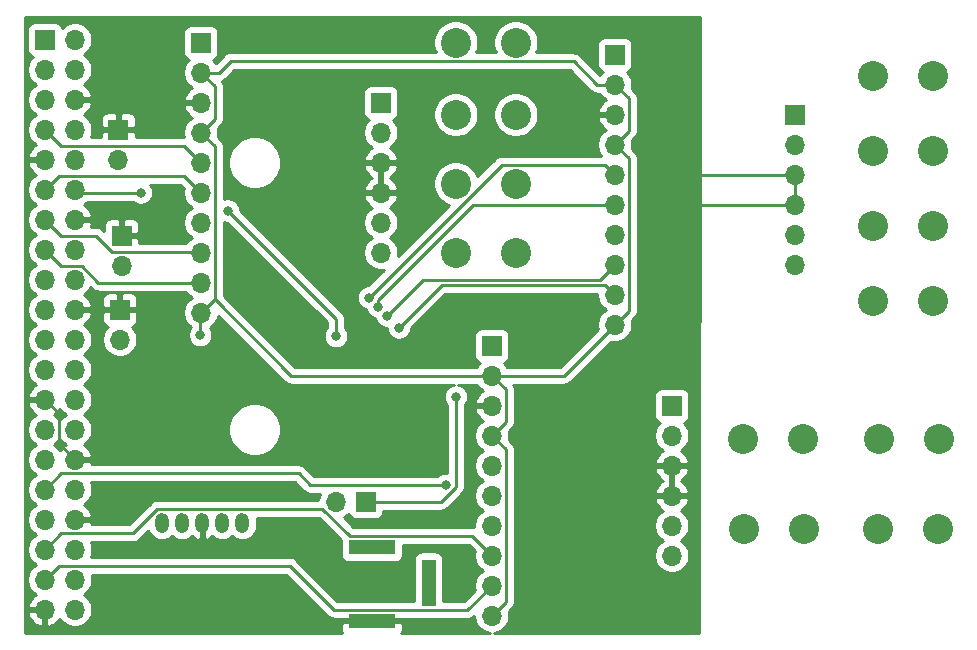
<source format=gbr>
%TF.GenerationSoftware,KiCad,Pcbnew,(5.1.6)-1*%
%TF.CreationDate,2021-04-06T11:23:55-04:00*%
%TF.ProjectId,Lithgow_DetailDesign,4c697468-676f-4775-9f44-657461696c44,2.1*%
%TF.SameCoordinates,Original*%
%TF.FileFunction,Copper,L2,Bot*%
%TF.FilePolarity,Positive*%
%FSLAX46Y46*%
G04 Gerber Fmt 4.6, Leading zero omitted, Abs format (unit mm)*
G04 Created by KiCad (PCBNEW (5.1.6)-1) date 2021-04-06 11:23:55*
%MOMM*%
%LPD*%
G01*
G04 APERTURE LIST*
%TA.AperFunction,ComponentPad*%
%ADD10R,1.700000X1.700000*%
%TD*%
%TA.AperFunction,ComponentPad*%
%ADD11O,1.700000X1.700000*%
%TD*%
%TA.AperFunction,ComponentPad*%
%ADD12R,1.250000X4.000000*%
%TD*%
%TA.AperFunction,ComponentPad*%
%ADD13R,4.000000X1.250000*%
%TD*%
%TA.AperFunction,ComponentPad*%
%ADD14C,2.540000*%
%TD*%
%TA.AperFunction,ComponentPad*%
%ADD15O,1.193800X1.701800*%
%TD*%
%TA.AperFunction,ViaPad*%
%ADD16C,0.800000*%
%TD*%
%TA.AperFunction,Conductor*%
%ADD17C,0.250000*%
%TD*%
%TA.AperFunction,Conductor*%
%ADD18C,0.254000*%
%TD*%
G04 APERTURE END LIST*
D10*
%TO.P,J6,1*%
%TO.N,Net-(F3-Pad1)*%
X180340000Y-77470000D03*
D11*
%TO.P,J6,2*%
%TO.N,+3V3*%
X180340000Y-80010000D03*
%TO.P,J6,3*%
%TO.N,GND*%
X180340000Y-82550000D03*
%TO.P,J6,4*%
%TO.N,+3V3*%
X180340000Y-85090000D03*
%TO.P,J6,5*%
%TO.N,/BIN2B*%
X180340000Y-87630000D03*
%TO.P,J6,6*%
%TO.N,/BIN1B*%
X180340000Y-90170000D03*
%TO.P,J6,7*%
%TO.N,N/C*%
X180340000Y-92710000D03*
%TO.P,J6,8*%
%TO.N,/AIN1B*%
X180340000Y-95250000D03*
%TO.P,J6,9*%
%TO.N,/AIN2B*%
X180340000Y-97790000D03*
%TO.P,J6,10*%
%TO.N,+3V3*%
X180340000Y-100330000D03*
%TD*%
D12*
%TO.P,J1,3*%
%TO.N,N/C*%
X164566000Y-122174000D03*
D13*
%TO.P,J1,2*%
%TO.N,GND*%
X159766000Y-125424000D03*
%TO.P,J1,1*%
%TO.N,+12V*%
X159766000Y-119174000D03*
%TD*%
D10*
%TO.P,J2,1*%
%TO.N,+12V*%
X159258000Y-115316000D03*
D11*
%TO.P,J2,2*%
%TO.N,Net-(J2-Pad2)*%
X156718000Y-115316000D03*
%TD*%
%TO.P,J3,40*%
%TO.N,N/C*%
X134620000Y-124460000D03*
%TO.P,J3,39*%
%TO.N,GND*%
X132080000Y-124460000D03*
%TO.P,J3,38*%
%TO.N,N/C*%
X134620000Y-121920000D03*
%TO.P,J3,37*%
%TO.N,/AIN2C*%
X132080000Y-121920000D03*
%TO.P,J3,36*%
%TO.N,N/C*%
X134620000Y-119380000D03*
%TO.P,J3,35*%
%TO.N,/AIN1C*%
X132080000Y-119380000D03*
%TO.P,J3,34*%
%TO.N,GND*%
X134620000Y-116840000D03*
%TO.P,J3,33*%
%TO.N,Net-(J3-Pad33)*%
X132080000Y-116840000D03*
%TO.P,J3,32*%
%TO.N,N/C*%
X134620000Y-114300000D03*
%TO.P,J3,31*%
%TO.N,/BIN1C*%
X132080000Y-114300000D03*
%TO.P,J3,30*%
%TO.N,GND*%
X134620000Y-111760000D03*
%TO.P,J3,29*%
%TO.N,/AIN2B*%
X132080000Y-111760000D03*
%TO.P,J3,28*%
%TO.N,N/C*%
X134620000Y-109220000D03*
%TO.P,J3,27*%
X132080000Y-109220000D03*
%TO.P,J3,26*%
X134620000Y-106680000D03*
%TO.P,J3,25*%
%TO.N,GND*%
X132080000Y-106680000D03*
%TO.P,J3,24*%
%TO.N,N/C*%
X134620000Y-104140000D03*
%TO.P,J3,23*%
%TO.N,/AIN1B*%
X132080000Y-104140000D03*
%TO.P,J3,22*%
%TO.N,Net-(J24-Pad2)*%
X134620000Y-101600000D03*
%TO.P,J3,21*%
%TO.N,/BIN1B*%
X132080000Y-101600000D03*
%TO.P,J3,20*%
%TO.N,GND*%
X134620000Y-99060000D03*
%TO.P,J3,19*%
%TO.N,/BIN2B*%
X132080000Y-99060000D03*
%TO.P,J3,18*%
%TO.N,Net-(J23-Pad2)*%
X134620000Y-96520000D03*
%TO.P,J3,17*%
%TO.N,N/C*%
X132080000Y-96520000D03*
%TO.P,J3,16*%
%TO.N,Net-(J22-Pad2)*%
X134620000Y-93980000D03*
%TO.P,J3,15*%
%TO.N,/BIN2A*%
X132080000Y-93980000D03*
%TO.P,J3,14*%
%TO.N,GND*%
X134620000Y-91440000D03*
%TO.P,J3,13*%
%TO.N,/BIN1A*%
X132080000Y-91440000D03*
%TO.P,J3,12*%
%TO.N,/BIN2C*%
X134620000Y-88900000D03*
%TO.P,J3,11*%
%TO.N,/AIN2A*%
X132080000Y-88900000D03*
%TO.P,J3,10*%
%TO.N,N/C*%
X134620000Y-86360000D03*
%TO.P,J3,9*%
%TO.N,GND*%
X132080000Y-86360000D03*
%TO.P,J3,8*%
%TO.N,N/C*%
X134620000Y-83820000D03*
%TO.P,J3,7*%
%TO.N,/AIN1A*%
X132080000Y-83820000D03*
%TO.P,J3,6*%
%TO.N,GND*%
X134620000Y-81280000D03*
%TO.P,J3,5*%
%TO.N,N/C*%
X132080000Y-81280000D03*
%TO.P,J3,4*%
%TO.N,+5V*%
X134620000Y-78740000D03*
%TO.P,J3,3*%
%TO.N,N/C*%
X132080000Y-78740000D03*
%TO.P,J3,2*%
%TO.N,+5V*%
X134620000Y-76200000D03*
D10*
%TO.P,J3,1*%
%TO.N,+3V3*%
X132080000Y-76200000D03*
%TD*%
D11*
%TO.P,J4,10*%
%TO.N,+3V3*%
X145288000Y-99314000D03*
%TO.P,J4,9*%
%TO.N,/BIN2A*%
X145288000Y-96774000D03*
%TO.P,J4,8*%
%TO.N,/BIN1A*%
X145288000Y-94234000D03*
%TO.P,J4,7*%
%TO.N,N/C*%
X145288000Y-91694000D03*
%TO.P,J4,6*%
%TO.N,/AIN2A*%
X145288000Y-89154000D03*
%TO.P,J4,5*%
%TO.N,/AIN1A*%
X145288000Y-86614000D03*
%TO.P,J4,4*%
%TO.N,+3V3*%
X145288000Y-84074000D03*
%TO.P,J4,3*%
%TO.N,GND*%
X145288000Y-81534000D03*
%TO.P,J4,2*%
%TO.N,+3V3*%
X145288000Y-78994000D03*
D10*
%TO.P,J4,1*%
%TO.N,Net-(F2-Pad1)*%
X145288000Y-76454000D03*
%TD*%
%TO.P,J5,1*%
%TO.N,Net-(J13-Pad1)*%
X160528000Y-81534000D03*
D11*
%TO.P,J5,2*%
%TO.N,Net-(J12-Pad1)*%
X160528000Y-84074000D03*
%TO.P,J5,3*%
%TO.N,GND*%
X160528000Y-86614000D03*
%TO.P,J5,4*%
X160528000Y-89154000D03*
%TO.P,J5,5*%
%TO.N,Net-(J11-Pad1)*%
X160528000Y-91694000D03*
%TO.P,J5,6*%
%TO.N,Net-(J10-Pad1)*%
X160528000Y-94234000D03*
%TD*%
%TO.P,J7,6*%
%TO.N,Net-(J14-Pad1)*%
X195580000Y-95250000D03*
%TO.P,J7,5*%
%TO.N,Net-(J15-Pad1)*%
X195580000Y-92710000D03*
%TO.P,J7,4*%
%TO.N,GND*%
X195580000Y-90170000D03*
%TO.P,J7,3*%
X195580000Y-87630000D03*
%TO.P,J7,2*%
%TO.N,Net-(J16-Pad1)*%
X195580000Y-85090000D03*
D10*
%TO.P,J7,1*%
%TO.N,Net-(J17-Pad1)*%
X195580000Y-82550000D03*
%TD*%
D11*
%TO.P,J8,10*%
%TO.N,+3V3*%
X169926000Y-124968000D03*
%TO.P,J8,9*%
%TO.N,/AIN2C*%
X169926000Y-122428000D03*
%TO.P,J8,8*%
%TO.N,/AIN1C*%
X169926000Y-119888000D03*
%TO.P,J8,7*%
%TO.N,N/C*%
X169926000Y-117348000D03*
%TO.P,J8,6*%
%TO.N,/BIN1C*%
X169926000Y-114808000D03*
%TO.P,J8,5*%
%TO.N,/BIN2C*%
X169926000Y-112268000D03*
%TO.P,J8,4*%
%TO.N,+3V3*%
X169926000Y-109728000D03*
%TO.P,J8,3*%
%TO.N,GND*%
X169926000Y-107188000D03*
%TO.P,J8,2*%
%TO.N,+3V3*%
X169926000Y-104648000D03*
D10*
%TO.P,J8,1*%
%TO.N,Net-(F4-Pad1)*%
X169926000Y-102108000D03*
%TD*%
%TO.P,J9,1*%
%TO.N,Net-(J21-Pad1)*%
X185166000Y-107188000D03*
D11*
%TO.P,J9,2*%
%TO.N,Net-(J20-Pad1)*%
X185166000Y-109728000D03*
%TO.P,J9,3*%
%TO.N,GND*%
X185166000Y-112268000D03*
%TO.P,J9,4*%
X185166000Y-114808000D03*
%TO.P,J9,5*%
%TO.N,Net-(J19-Pad1)*%
X185166000Y-117348000D03*
%TO.P,J9,6*%
%TO.N,Net-(J18-Pad1)*%
X185166000Y-119888000D03*
%TD*%
D14*
%TO.P,J10,1*%
%TO.N,Net-(J10-Pad1)*%
X166878000Y-94234000D03*
%TO.P,J10,2*%
%TO.N,N/C*%
X171958000Y-94234000D03*
%TD*%
%TO.P,J11,2*%
%TO.N,N/C*%
X171958000Y-88392000D03*
%TO.P,J11,1*%
%TO.N,Net-(J11-Pad1)*%
X166878000Y-88392000D03*
%TD*%
%TO.P,J12,2*%
%TO.N,N/C*%
X171958000Y-82550000D03*
%TO.P,J12,1*%
%TO.N,Net-(J12-Pad1)*%
X166878000Y-82550000D03*
%TD*%
%TO.P,J13,1*%
%TO.N,Net-(J13-Pad1)*%
X166878000Y-76454000D03*
%TO.P,J13,2*%
%TO.N,N/C*%
X171958000Y-76454000D03*
%TD*%
%TO.P,J14,1*%
%TO.N,Net-(J14-Pad1)*%
X202184000Y-98298000D03*
%TO.P,J14,2*%
%TO.N,N/C*%
X207264000Y-98298000D03*
%TD*%
%TO.P,J15,2*%
%TO.N,N/C*%
X207264000Y-91948000D03*
%TO.P,J15,1*%
%TO.N,Net-(J15-Pad1)*%
X202184000Y-91948000D03*
%TD*%
%TO.P,J16,1*%
%TO.N,Net-(J16-Pad1)*%
X202184000Y-85598000D03*
%TO.P,J16,2*%
%TO.N,N/C*%
X207264000Y-85598000D03*
%TD*%
%TO.P,J17,2*%
%TO.N,N/C*%
X207264000Y-79248000D03*
%TO.P,J17,1*%
%TO.N,Net-(J17-Pad1)*%
X202184000Y-79248000D03*
%TD*%
%TO.P,J18,1*%
%TO.N,Net-(J18-Pad1)*%
X202628000Y-117602000D03*
%TO.P,J18,2*%
%TO.N,N/C*%
X207708000Y-117602000D03*
%TD*%
%TO.P,J19,2*%
%TO.N,N/C*%
X196342000Y-117602000D03*
%TO.P,J19,1*%
%TO.N,Net-(J19-Pad1)*%
X191262000Y-117602000D03*
%TD*%
%TO.P,J20,1*%
%TO.N,Net-(J20-Pad1)*%
X202692000Y-109982000D03*
%TO.P,J20,2*%
%TO.N,N/C*%
X207772000Y-109982000D03*
%TD*%
%TO.P,J21,2*%
%TO.N,N/C*%
X196278000Y-109982000D03*
%TO.P,J21,1*%
%TO.N,Net-(J21-Pad1)*%
X191198000Y-109982000D03*
%TD*%
D11*
%TO.P,J22,2*%
%TO.N,Net-(J22-Pad2)*%
X138311001Y-86360000D03*
D10*
%TO.P,J22,1*%
%TO.N,GND*%
X138311001Y-83820000D03*
%TD*%
D11*
%TO.P,J23,2*%
%TO.N,Net-(J23-Pad2)*%
X138582400Y-95351600D03*
D10*
%TO.P,J23,1*%
%TO.N,GND*%
X138582400Y-92811600D03*
%TD*%
%TO.P,J24,1*%
%TO.N,GND*%
X138430000Y-99060000D03*
D11*
%TO.P,J24,2*%
%TO.N,Net-(J24-Pad2)*%
X138430000Y-101600000D03*
%TD*%
D15*
%TO.P,U1,5*%
%TO.N,Net-(R2-Pad1)*%
X148793200Y-117094000D03*
%TO.P,U1,4*%
%TO.N,+5V*%
X147091400Y-117094000D03*
%TO.P,U1,3*%
%TO.N,GND*%
X145389600Y-117094000D03*
%TO.P,U1,2*%
%TO.N,/+12V(1)*%
X143687800Y-117094000D03*
%TO.P,U1,1*%
%TO.N,Net-(R1-Pad1)*%
X141986000Y-117094000D03*
%TD*%
D16*
%TO.N,GND*%
X172466000Y-107188000D03*
X183134000Y-82550000D03*
X157226000Y-76708000D03*
X157226000Y-79502000D03*
X137414000Y-79756000D03*
X138176000Y-123698000D03*
X154178000Y-110490000D03*
X163322000Y-112522000D03*
X163322000Y-116840000D03*
X159766000Y-122936000D03*
X149098000Y-122428000D03*
%TO.N,+12V*%
X166878000Y-106426000D03*
%TO.N,+3V3*%
X145237200Y-101214001D03*
%TO.N,/BIN2C*%
X156718000Y-101309000D03*
X147574000Y-90678000D03*
X140211002Y-89154000D03*
%TO.N,/AIN1B*%
X161036000Y-99568000D03*
%TO.N,/AIN2B*%
X162052000Y-100584000D03*
%TO.N,/BIN1B*%
X160274000Y-98806000D03*
%TO.N,/BIN2B*%
X159512000Y-98044000D03*
%TO.N,/BIN1C*%
X166002847Y-113895847D03*
%TD*%
D17*
%TO.N,GND*%
X195580000Y-87630000D02*
X186182000Y-87630000D01*
X195580000Y-90170000D02*
X186182000Y-90170000D01*
X195580000Y-87630000D02*
X195580000Y-90170000D01*
X133255001Y-110395001D02*
X134620000Y-111760000D01*
X133255001Y-107855001D02*
X133255001Y-110395001D01*
X132080000Y-106680000D02*
X133255001Y-107855001D01*
X138311001Y-83231999D02*
X138311001Y-83820000D01*
%TO.N,+12V*%
X166878000Y-114046000D02*
X166878000Y-106426000D01*
X159258000Y-115316000D02*
X165608000Y-115316000D01*
X165608000Y-115316000D02*
X166878000Y-114046000D01*
%TO.N,+3V3*%
X146463001Y-80169001D02*
X145288000Y-78994000D01*
X146463001Y-82898999D02*
X146463001Y-80169001D01*
X145288000Y-84074000D02*
X146463001Y-82898999D01*
X146463001Y-98138999D02*
X145288000Y-99314000D01*
X146463001Y-85249001D02*
X146463001Y-98138999D01*
X145288000Y-84074000D02*
X146463001Y-85249001D01*
X146463001Y-98138999D02*
X146463001Y-98203001D01*
X152908000Y-104648000D02*
X169926000Y-104648000D01*
X146463001Y-98203001D02*
X152908000Y-104648000D01*
X171101001Y-108552999D02*
X169926000Y-109728000D01*
X171101001Y-105823001D02*
X171101001Y-108552999D01*
X169926000Y-104648000D02*
X171101001Y-105823001D01*
X171101001Y-110903001D02*
X169926000Y-109728000D01*
X171101001Y-123792999D02*
X171101001Y-110903001D01*
X169926000Y-124968000D02*
X171101001Y-123792999D01*
X145288000Y-78994000D02*
X146812000Y-78994000D01*
X146812000Y-78994000D02*
X147828000Y-77978000D01*
X147899001Y-78049001D02*
X176855001Y-78049001D01*
X147828000Y-77978000D02*
X147899001Y-78049001D01*
X178816000Y-80010000D02*
X180340000Y-80010000D01*
X176855001Y-78049001D02*
X178816000Y-80010000D01*
X181515001Y-83914999D02*
X180340000Y-85090000D01*
X181515001Y-81185001D02*
X181515001Y-83914999D01*
X180340000Y-80010000D02*
X181515001Y-81185001D01*
X181515001Y-99154999D02*
X180340000Y-100330000D01*
X181515001Y-86265001D02*
X181515001Y-99154999D01*
X180340000Y-85090000D02*
X181515001Y-86265001D01*
X180340000Y-100330000D02*
X176022000Y-104648000D01*
X176022000Y-104648000D02*
X169926000Y-104648000D01*
X145237200Y-99364800D02*
X145288000Y-99314000D01*
X145237200Y-101214001D02*
X145237200Y-99364800D01*
%TO.N,/AIN1A*%
X132080000Y-83820000D02*
X133444999Y-85184999D01*
X143858999Y-85184999D02*
X145288000Y-86614000D01*
X133444999Y-85184999D02*
X143858999Y-85184999D01*
%TO.N,/AIN2A*%
X132080000Y-88900000D02*
X133255001Y-87724999D01*
X143858999Y-87724999D02*
X145288000Y-89154000D01*
X133255001Y-87724999D02*
X143858999Y-87724999D01*
%TO.N,/BIN2C*%
X156718000Y-101309000D02*
X156718000Y-99822000D01*
X156718000Y-99822000D02*
X147574000Y-90678000D01*
X134874000Y-89154000D02*
X134620000Y-88900000D01*
X140211002Y-89154000D02*
X134874000Y-89154000D01*
%TO.N,/BIN1A*%
X145230599Y-94176599D02*
X145288000Y-94234000D01*
X137762999Y-94176599D02*
X145230599Y-94176599D01*
X136391399Y-92804999D02*
X137762999Y-94176599D01*
X133444999Y-92804999D02*
X136391399Y-92804999D01*
X132080000Y-91440000D02*
X133444999Y-92804999D01*
%TO.N,/BIN2A*%
X132080000Y-93980000D02*
X133444999Y-95344999D01*
X136613002Y-96774000D02*
X145288000Y-96774000D01*
X135184001Y-95344999D02*
X136613002Y-96774000D01*
X133444999Y-95344999D02*
X135184001Y-95344999D01*
%TO.N,/AIN1B*%
X161036000Y-99568000D02*
X164084000Y-96520000D01*
X179070000Y-96520000D02*
X180340000Y-95250000D01*
X164084000Y-96520000D02*
X179070000Y-96520000D01*
%TO.N,/AIN2B*%
X179520010Y-96970010D02*
X180340000Y-97790000D01*
X162052000Y-100584000D02*
X165665990Y-96970010D01*
X165665990Y-96970010D02*
X179520010Y-96970010D01*
%TO.N,/BIN1B*%
X168344315Y-90170000D02*
X180340000Y-90170000D01*
X160274000Y-98240315D02*
X160274000Y-98806000D01*
X168344315Y-90170000D02*
X160274000Y-98240315D01*
%TO.N,/BIN2B*%
X179506999Y-86796999D02*
X180340000Y-87630000D01*
X170759001Y-86796999D02*
X179506999Y-86796999D01*
X159512000Y-98044000D02*
X170759001Y-86796999D01*
%TO.N,/AIN1C*%
X168261999Y-118223999D02*
X169926000Y-119888000D01*
X157886997Y-118223999D02*
X168261999Y-118223999D01*
X155581088Y-115918090D02*
X157886997Y-118223999D01*
X141604133Y-115918090D02*
X155581088Y-115918090D01*
X139507222Y-118015001D02*
X141604133Y-115918090D01*
X133444999Y-118015001D02*
X139507222Y-118015001D01*
X132080000Y-119380000D02*
X133444999Y-118015001D01*
%TO.N,/AIN2C*%
X133255001Y-120744999D02*
X152813001Y-120744999D01*
X132080000Y-121920000D02*
X133255001Y-120744999D01*
X152813001Y-120744999D02*
X156528002Y-124460000D01*
X167854999Y-124499001D02*
X169926000Y-122428000D01*
X163641998Y-124460000D02*
X163680999Y-124499001D01*
X163680999Y-124499001D02*
X167854999Y-124499001D01*
X156528002Y-124460000D02*
X163641998Y-124460000D01*
%TO.N,/BIN1C*%
X133444999Y-112935001D02*
X153575001Y-112935001D01*
X132080000Y-114300000D02*
X133444999Y-112935001D01*
X153575001Y-112935001D02*
X154535847Y-113895847D01*
X154535847Y-113895847D02*
X166002847Y-113895847D01*
%TD*%
D18*
%TO.N,GND*%
G36*
X187478274Y-126442400D02*
G01*
X170125549Y-126442400D01*
X170359158Y-126395932D01*
X170629411Y-126283990D01*
X170872632Y-126121475D01*
X171079475Y-125914632D01*
X171241990Y-125671411D01*
X171353932Y-125401158D01*
X171411000Y-125114260D01*
X171411000Y-124821740D01*
X171367210Y-124601592D01*
X171612005Y-124356797D01*
X171641002Y-124333000D01*
X171735975Y-124217275D01*
X171806547Y-124085246D01*
X171850004Y-123941985D01*
X171861001Y-123830332D01*
X171861001Y-123830323D01*
X171864677Y-123793000D01*
X171861001Y-123755677D01*
X171861001Y-117201740D01*
X183681000Y-117201740D01*
X183681000Y-117494260D01*
X183738068Y-117781158D01*
X183850010Y-118051411D01*
X184012525Y-118294632D01*
X184219368Y-118501475D01*
X184393760Y-118618000D01*
X184219368Y-118734525D01*
X184012525Y-118941368D01*
X183850010Y-119184589D01*
X183738068Y-119454842D01*
X183681000Y-119741740D01*
X183681000Y-120034260D01*
X183738068Y-120321158D01*
X183850010Y-120591411D01*
X184012525Y-120834632D01*
X184219368Y-121041475D01*
X184462589Y-121203990D01*
X184732842Y-121315932D01*
X185019740Y-121373000D01*
X185312260Y-121373000D01*
X185599158Y-121315932D01*
X185869411Y-121203990D01*
X186112632Y-121041475D01*
X186319475Y-120834632D01*
X186481990Y-120591411D01*
X186593932Y-120321158D01*
X186651000Y-120034260D01*
X186651000Y-119741740D01*
X186593932Y-119454842D01*
X186481990Y-119184589D01*
X186319475Y-118941368D01*
X186112632Y-118734525D01*
X185938240Y-118618000D01*
X186112632Y-118501475D01*
X186319475Y-118294632D01*
X186481990Y-118051411D01*
X186593932Y-117781158D01*
X186651000Y-117494260D01*
X186651000Y-117201740D01*
X186593932Y-116914842D01*
X186481990Y-116644589D01*
X186319475Y-116401368D01*
X186112632Y-116194525D01*
X185930466Y-116072805D01*
X186047355Y-116003178D01*
X186263588Y-115808269D01*
X186437641Y-115574920D01*
X186562825Y-115312099D01*
X186607476Y-115164890D01*
X186486155Y-114935000D01*
X185293000Y-114935000D01*
X185293000Y-114955000D01*
X185039000Y-114955000D01*
X185039000Y-114935000D01*
X183845845Y-114935000D01*
X183724524Y-115164890D01*
X183769175Y-115312099D01*
X183894359Y-115574920D01*
X184068412Y-115808269D01*
X184284645Y-116003178D01*
X184401534Y-116072805D01*
X184219368Y-116194525D01*
X184012525Y-116401368D01*
X183850010Y-116644589D01*
X183738068Y-116914842D01*
X183681000Y-117201740D01*
X171861001Y-117201740D01*
X171861001Y-112624890D01*
X183724524Y-112624890D01*
X183769175Y-112772099D01*
X183894359Y-113034920D01*
X184068412Y-113268269D01*
X184284645Y-113463178D01*
X184410255Y-113538000D01*
X184284645Y-113612822D01*
X184068412Y-113807731D01*
X183894359Y-114041080D01*
X183769175Y-114303901D01*
X183724524Y-114451110D01*
X183845845Y-114681000D01*
X185039000Y-114681000D01*
X185039000Y-112395000D01*
X185293000Y-112395000D01*
X185293000Y-114681000D01*
X186486155Y-114681000D01*
X186607476Y-114451110D01*
X186562825Y-114303901D01*
X186437641Y-114041080D01*
X186263588Y-113807731D01*
X186047355Y-113612822D01*
X185921745Y-113538000D01*
X186047355Y-113463178D01*
X186263588Y-113268269D01*
X186437641Y-113034920D01*
X186562825Y-112772099D01*
X186607476Y-112624890D01*
X186486155Y-112395000D01*
X185293000Y-112395000D01*
X185039000Y-112395000D01*
X183845845Y-112395000D01*
X183724524Y-112624890D01*
X171861001Y-112624890D01*
X171861001Y-110940323D01*
X171864677Y-110903000D01*
X171861001Y-110865677D01*
X171861001Y-110865668D01*
X171850004Y-110754015D01*
X171806547Y-110610754D01*
X171735975Y-110478725D01*
X171641002Y-110363000D01*
X171612004Y-110339202D01*
X171367210Y-110094408D01*
X171411000Y-109874260D01*
X171411000Y-109581740D01*
X171367210Y-109361592D01*
X171612004Y-109116798D01*
X171641002Y-109093000D01*
X171735975Y-108977275D01*
X171806547Y-108845246D01*
X171850004Y-108701985D01*
X171861001Y-108590332D01*
X171861001Y-108590323D01*
X171864677Y-108553000D01*
X171861001Y-108515677D01*
X171861001Y-106338000D01*
X183677928Y-106338000D01*
X183677928Y-108038000D01*
X183690188Y-108162482D01*
X183726498Y-108282180D01*
X183785463Y-108392494D01*
X183864815Y-108489185D01*
X183961506Y-108568537D01*
X184071820Y-108627502D01*
X184144380Y-108649513D01*
X184012525Y-108781368D01*
X183850010Y-109024589D01*
X183738068Y-109294842D01*
X183681000Y-109581740D01*
X183681000Y-109874260D01*
X183738068Y-110161158D01*
X183850010Y-110431411D01*
X184012525Y-110674632D01*
X184219368Y-110881475D01*
X184401534Y-111003195D01*
X184284645Y-111072822D01*
X184068412Y-111267731D01*
X183894359Y-111501080D01*
X183769175Y-111763901D01*
X183724524Y-111911110D01*
X183845845Y-112141000D01*
X185039000Y-112141000D01*
X185039000Y-112121000D01*
X185293000Y-112121000D01*
X185293000Y-112141000D01*
X186486155Y-112141000D01*
X186607476Y-111911110D01*
X186562825Y-111763901D01*
X186437641Y-111501080D01*
X186263588Y-111267731D01*
X186047355Y-111072822D01*
X185930466Y-111003195D01*
X186112632Y-110881475D01*
X186319475Y-110674632D01*
X186481990Y-110431411D01*
X186593932Y-110161158D01*
X186651000Y-109874260D01*
X186651000Y-109581740D01*
X186593932Y-109294842D01*
X186481990Y-109024589D01*
X186319475Y-108781368D01*
X186187620Y-108649513D01*
X186260180Y-108627502D01*
X186370494Y-108568537D01*
X186467185Y-108489185D01*
X186546537Y-108392494D01*
X186605502Y-108282180D01*
X186641812Y-108162482D01*
X186654072Y-108038000D01*
X186654072Y-106338000D01*
X186641812Y-106213518D01*
X186605502Y-106093820D01*
X186546537Y-105983506D01*
X186467185Y-105886815D01*
X186370494Y-105807463D01*
X186260180Y-105748498D01*
X186140482Y-105712188D01*
X186016000Y-105699928D01*
X184316000Y-105699928D01*
X184191518Y-105712188D01*
X184071820Y-105748498D01*
X183961506Y-105807463D01*
X183864815Y-105886815D01*
X183785463Y-105983506D01*
X183726498Y-106093820D01*
X183690188Y-106213518D01*
X183677928Y-106338000D01*
X171861001Y-106338000D01*
X171861001Y-105860323D01*
X171864677Y-105823000D01*
X171861001Y-105785677D01*
X171861001Y-105785668D01*
X171850004Y-105674015D01*
X171806547Y-105530754D01*
X171740933Y-105408000D01*
X175984678Y-105408000D01*
X176022000Y-105411676D01*
X176059322Y-105408000D01*
X176059333Y-105408000D01*
X176170986Y-105397003D01*
X176314247Y-105353546D01*
X176446276Y-105282974D01*
X176562001Y-105188001D01*
X176585804Y-105158997D01*
X179973592Y-101771210D01*
X180193740Y-101815000D01*
X180486260Y-101815000D01*
X180773158Y-101757932D01*
X181043411Y-101645990D01*
X181286632Y-101483475D01*
X181493475Y-101276632D01*
X181655990Y-101033411D01*
X181767932Y-100763158D01*
X181825000Y-100476260D01*
X181825000Y-100183740D01*
X181781210Y-99963592D01*
X182026004Y-99718798D01*
X182055002Y-99695000D01*
X182149975Y-99579275D01*
X182220547Y-99447246D01*
X182264004Y-99303985D01*
X182275001Y-99192332D01*
X182275001Y-99192323D01*
X182278677Y-99155000D01*
X182275001Y-99117677D01*
X182275001Y-86302323D01*
X182278677Y-86265000D01*
X182275001Y-86227677D01*
X182275001Y-86227668D01*
X182264004Y-86116015D01*
X182220547Y-85972754D01*
X182149975Y-85840725D01*
X182055002Y-85725000D01*
X182026005Y-85701203D01*
X181781210Y-85456408D01*
X181825000Y-85236260D01*
X181825000Y-84943740D01*
X181781210Y-84723592D01*
X182026004Y-84478798D01*
X182055002Y-84455000D01*
X182149975Y-84339275D01*
X182220547Y-84207246D01*
X182264004Y-84063985D01*
X182275001Y-83952332D01*
X182275001Y-83952323D01*
X182278677Y-83915000D01*
X182275001Y-83877677D01*
X182275001Y-81222323D01*
X182278677Y-81185000D01*
X182275001Y-81147677D01*
X182275001Y-81147668D01*
X182264004Y-81036015D01*
X182220547Y-80892754D01*
X182149975Y-80760725D01*
X182055002Y-80645000D01*
X182026005Y-80621203D01*
X181781210Y-80376408D01*
X181825000Y-80156260D01*
X181825000Y-79863740D01*
X181767932Y-79576842D01*
X181655990Y-79306589D01*
X181493475Y-79063368D01*
X181361620Y-78931513D01*
X181434180Y-78909502D01*
X181544494Y-78850537D01*
X181641185Y-78771185D01*
X181720537Y-78674494D01*
X181779502Y-78564180D01*
X181815812Y-78444482D01*
X181828072Y-78320000D01*
X181828072Y-76620000D01*
X181815812Y-76495518D01*
X181779502Y-76375820D01*
X181720537Y-76265506D01*
X181641185Y-76168815D01*
X181544494Y-76089463D01*
X181434180Y-76030498D01*
X181314482Y-75994188D01*
X181190000Y-75981928D01*
X179490000Y-75981928D01*
X179365518Y-75994188D01*
X179245820Y-76030498D01*
X179135506Y-76089463D01*
X179038815Y-76168815D01*
X178959463Y-76265506D01*
X178900498Y-76375820D01*
X178864188Y-76495518D01*
X178851928Y-76620000D01*
X178851928Y-78320000D01*
X178864188Y-78444482D01*
X178900498Y-78564180D01*
X178959463Y-78674494D01*
X179038815Y-78771185D01*
X179135506Y-78850537D01*
X179245820Y-78909502D01*
X179318380Y-78931513D01*
X179186525Y-79063368D01*
X179089452Y-79208649D01*
X177418805Y-77538003D01*
X177395002Y-77509000D01*
X177279277Y-77414027D01*
X177147248Y-77343455D01*
X177003987Y-77299998D01*
X176892334Y-77289001D01*
X176892323Y-77289001D01*
X176855001Y-77285325D01*
X176817679Y-77289001D01*
X173674088Y-77289001D01*
X173789791Y-77009668D01*
X173863000Y-76641626D01*
X173863000Y-76266374D01*
X173789791Y-75898332D01*
X173646189Y-75551644D01*
X173437710Y-75239634D01*
X173172366Y-74974290D01*
X172860356Y-74765811D01*
X172513668Y-74622209D01*
X172145626Y-74549000D01*
X171770374Y-74549000D01*
X171402332Y-74622209D01*
X171055644Y-74765811D01*
X170743634Y-74974290D01*
X170478290Y-75239634D01*
X170269811Y-75551644D01*
X170126209Y-75898332D01*
X170053000Y-76266374D01*
X170053000Y-76641626D01*
X170126209Y-77009668D01*
X170241912Y-77289001D01*
X168594088Y-77289001D01*
X168709791Y-77009668D01*
X168783000Y-76641626D01*
X168783000Y-76266374D01*
X168709791Y-75898332D01*
X168566189Y-75551644D01*
X168357710Y-75239634D01*
X168092366Y-74974290D01*
X167780356Y-74765811D01*
X167433668Y-74622209D01*
X167065626Y-74549000D01*
X166690374Y-74549000D01*
X166322332Y-74622209D01*
X165975644Y-74765811D01*
X165663634Y-74974290D01*
X165398290Y-75239634D01*
X165189811Y-75551644D01*
X165046209Y-75898332D01*
X164973000Y-76266374D01*
X164973000Y-76641626D01*
X165046209Y-77009668D01*
X165161912Y-77289001D01*
X148151203Y-77289001D01*
X148120246Y-77272454D01*
X147976985Y-77228998D01*
X147828000Y-77214324D01*
X147679014Y-77228998D01*
X147535753Y-77272454D01*
X147403723Y-77343026D01*
X147387481Y-77356356D01*
X147287999Y-77437999D01*
X147264201Y-77466997D01*
X146538549Y-78192650D01*
X146441475Y-78047368D01*
X146309620Y-77915513D01*
X146382180Y-77893502D01*
X146492494Y-77834537D01*
X146589185Y-77755185D01*
X146668537Y-77658494D01*
X146727502Y-77548180D01*
X146763812Y-77428482D01*
X146776072Y-77304000D01*
X146776072Y-75604000D01*
X146763812Y-75479518D01*
X146727502Y-75359820D01*
X146668537Y-75249506D01*
X146589185Y-75152815D01*
X146492494Y-75073463D01*
X146382180Y-75014498D01*
X146262482Y-74978188D01*
X146138000Y-74965928D01*
X144438000Y-74965928D01*
X144313518Y-74978188D01*
X144193820Y-75014498D01*
X144083506Y-75073463D01*
X143986815Y-75152815D01*
X143907463Y-75249506D01*
X143848498Y-75359820D01*
X143812188Y-75479518D01*
X143799928Y-75604000D01*
X143799928Y-77304000D01*
X143812188Y-77428482D01*
X143848498Y-77548180D01*
X143907463Y-77658494D01*
X143986815Y-77755185D01*
X144083506Y-77834537D01*
X144193820Y-77893502D01*
X144266380Y-77915513D01*
X144134525Y-78047368D01*
X143972010Y-78290589D01*
X143860068Y-78560842D01*
X143803000Y-78847740D01*
X143803000Y-79140260D01*
X143860068Y-79427158D01*
X143972010Y-79697411D01*
X144134525Y-79940632D01*
X144341368Y-80147475D01*
X144523534Y-80269195D01*
X144406645Y-80338822D01*
X144190412Y-80533731D01*
X144016359Y-80767080D01*
X143891175Y-81029901D01*
X143846524Y-81177110D01*
X143967845Y-81407000D01*
X145161000Y-81407000D01*
X145161000Y-81387000D01*
X145415000Y-81387000D01*
X145415000Y-81407000D01*
X145435000Y-81407000D01*
X145435000Y-81661000D01*
X145415000Y-81661000D01*
X145415000Y-81681000D01*
X145161000Y-81681000D01*
X145161000Y-81661000D01*
X143967845Y-81661000D01*
X143846524Y-81890890D01*
X143891175Y-82038099D01*
X144016359Y-82300920D01*
X144190412Y-82534269D01*
X144406645Y-82729178D01*
X144523534Y-82798805D01*
X144341368Y-82920525D01*
X144134525Y-83127368D01*
X143972010Y-83370589D01*
X143860068Y-83640842D01*
X143803000Y-83927740D01*
X143803000Y-84220260D01*
X143843302Y-84422869D01*
X143821677Y-84424999D01*
X139797739Y-84424999D01*
X139796001Y-84105750D01*
X139637251Y-83947000D01*
X138438001Y-83947000D01*
X138438001Y-83967000D01*
X138184001Y-83967000D01*
X138184001Y-83947000D01*
X136984751Y-83947000D01*
X136826001Y-84105750D01*
X136824263Y-84424999D01*
X135976753Y-84424999D01*
X136047932Y-84253158D01*
X136105000Y-83966260D01*
X136105000Y-83673740D01*
X136047932Y-83386842D01*
X135935990Y-83116589D01*
X135838043Y-82970000D01*
X136822929Y-82970000D01*
X136826001Y-83534250D01*
X136984751Y-83693000D01*
X138184001Y-83693000D01*
X138184001Y-82493750D01*
X138438001Y-82493750D01*
X138438001Y-83693000D01*
X139637251Y-83693000D01*
X139796001Y-83534250D01*
X139799073Y-82970000D01*
X139786813Y-82845518D01*
X139750503Y-82725820D01*
X139691538Y-82615506D01*
X139612186Y-82518815D01*
X139515495Y-82439463D01*
X139405181Y-82380498D01*
X139285483Y-82344188D01*
X139161001Y-82331928D01*
X138596751Y-82335000D01*
X138438001Y-82493750D01*
X138184001Y-82493750D01*
X138025251Y-82335000D01*
X137461001Y-82331928D01*
X137336519Y-82344188D01*
X137216821Y-82380498D01*
X137106507Y-82439463D01*
X137009816Y-82518815D01*
X136930464Y-82615506D01*
X136871499Y-82725820D01*
X136835189Y-82845518D01*
X136822929Y-82970000D01*
X135838043Y-82970000D01*
X135773475Y-82873368D01*
X135566632Y-82666525D01*
X135384466Y-82544805D01*
X135501355Y-82475178D01*
X135717588Y-82280269D01*
X135891641Y-82046920D01*
X136016825Y-81784099D01*
X136061476Y-81636890D01*
X135940155Y-81407000D01*
X134747000Y-81407000D01*
X134747000Y-81427000D01*
X134493000Y-81427000D01*
X134493000Y-81407000D01*
X134473000Y-81407000D01*
X134473000Y-81153000D01*
X134493000Y-81153000D01*
X134493000Y-81133000D01*
X134747000Y-81133000D01*
X134747000Y-81153000D01*
X135940155Y-81153000D01*
X136061476Y-80923110D01*
X136016825Y-80775901D01*
X135891641Y-80513080D01*
X135717588Y-80279731D01*
X135501355Y-80084822D01*
X135384466Y-80015195D01*
X135566632Y-79893475D01*
X135773475Y-79686632D01*
X135935990Y-79443411D01*
X136047932Y-79173158D01*
X136105000Y-78886260D01*
X136105000Y-78593740D01*
X136047932Y-78306842D01*
X135935990Y-78036589D01*
X135773475Y-77793368D01*
X135566632Y-77586525D01*
X135392240Y-77470000D01*
X135566632Y-77353475D01*
X135773475Y-77146632D01*
X135935990Y-76903411D01*
X136047932Y-76633158D01*
X136105000Y-76346260D01*
X136105000Y-76053740D01*
X136047932Y-75766842D01*
X135935990Y-75496589D01*
X135773475Y-75253368D01*
X135566632Y-75046525D01*
X135323411Y-74884010D01*
X135053158Y-74772068D01*
X134766260Y-74715000D01*
X134473740Y-74715000D01*
X134186842Y-74772068D01*
X133916589Y-74884010D01*
X133673368Y-75046525D01*
X133541513Y-75178380D01*
X133519502Y-75105820D01*
X133460537Y-74995506D01*
X133381185Y-74898815D01*
X133284494Y-74819463D01*
X133174180Y-74760498D01*
X133054482Y-74724188D01*
X132930000Y-74711928D01*
X131230000Y-74711928D01*
X131105518Y-74724188D01*
X130985820Y-74760498D01*
X130875506Y-74819463D01*
X130778815Y-74898815D01*
X130699463Y-74995506D01*
X130640498Y-75105820D01*
X130604188Y-75225518D01*
X130591928Y-75350000D01*
X130591928Y-77050000D01*
X130604188Y-77174482D01*
X130640498Y-77294180D01*
X130699463Y-77404494D01*
X130778815Y-77501185D01*
X130875506Y-77580537D01*
X130985820Y-77639502D01*
X131058380Y-77661513D01*
X130926525Y-77793368D01*
X130764010Y-78036589D01*
X130652068Y-78306842D01*
X130595000Y-78593740D01*
X130595000Y-78886260D01*
X130652068Y-79173158D01*
X130764010Y-79443411D01*
X130926525Y-79686632D01*
X131133368Y-79893475D01*
X131307760Y-80010000D01*
X131133368Y-80126525D01*
X130926525Y-80333368D01*
X130764010Y-80576589D01*
X130652068Y-80846842D01*
X130595000Y-81133740D01*
X130595000Y-81426260D01*
X130652068Y-81713158D01*
X130764010Y-81983411D01*
X130926525Y-82226632D01*
X131133368Y-82433475D01*
X131307760Y-82550000D01*
X131133368Y-82666525D01*
X130926525Y-82873368D01*
X130764010Y-83116589D01*
X130652068Y-83386842D01*
X130595000Y-83673740D01*
X130595000Y-83966260D01*
X130652068Y-84253158D01*
X130764010Y-84523411D01*
X130926525Y-84766632D01*
X131133368Y-84973475D01*
X131315534Y-85095195D01*
X131198645Y-85164822D01*
X130982412Y-85359731D01*
X130808359Y-85593080D01*
X130683175Y-85855901D01*
X130638524Y-86003110D01*
X130759845Y-86233000D01*
X131953000Y-86233000D01*
X131953000Y-86213000D01*
X132207000Y-86213000D01*
X132207000Y-86233000D01*
X132227000Y-86233000D01*
X132227000Y-86487000D01*
X132207000Y-86487000D01*
X132207000Y-86507000D01*
X131953000Y-86507000D01*
X131953000Y-86487000D01*
X130759845Y-86487000D01*
X130638524Y-86716890D01*
X130683175Y-86864099D01*
X130808359Y-87126920D01*
X130982412Y-87360269D01*
X131198645Y-87555178D01*
X131315534Y-87624805D01*
X131133368Y-87746525D01*
X130926525Y-87953368D01*
X130764010Y-88196589D01*
X130652068Y-88466842D01*
X130595000Y-88753740D01*
X130595000Y-89046260D01*
X130652068Y-89333158D01*
X130764010Y-89603411D01*
X130926525Y-89846632D01*
X131133368Y-90053475D01*
X131307760Y-90170000D01*
X131133368Y-90286525D01*
X130926525Y-90493368D01*
X130764010Y-90736589D01*
X130652068Y-91006842D01*
X130595000Y-91293740D01*
X130595000Y-91586260D01*
X130652068Y-91873158D01*
X130764010Y-92143411D01*
X130926525Y-92386632D01*
X131133368Y-92593475D01*
X131307760Y-92710000D01*
X131133368Y-92826525D01*
X130926525Y-93033368D01*
X130764010Y-93276589D01*
X130652068Y-93546842D01*
X130595000Y-93833740D01*
X130595000Y-94126260D01*
X130652068Y-94413158D01*
X130764010Y-94683411D01*
X130926525Y-94926632D01*
X131133368Y-95133475D01*
X131307760Y-95250000D01*
X131133368Y-95366525D01*
X130926525Y-95573368D01*
X130764010Y-95816589D01*
X130652068Y-96086842D01*
X130595000Y-96373740D01*
X130595000Y-96666260D01*
X130652068Y-96953158D01*
X130764010Y-97223411D01*
X130926525Y-97466632D01*
X131133368Y-97673475D01*
X131307760Y-97790000D01*
X131133368Y-97906525D01*
X130926525Y-98113368D01*
X130764010Y-98356589D01*
X130652068Y-98626842D01*
X130595000Y-98913740D01*
X130595000Y-99206260D01*
X130652068Y-99493158D01*
X130764010Y-99763411D01*
X130926525Y-100006632D01*
X131133368Y-100213475D01*
X131307760Y-100330000D01*
X131133368Y-100446525D01*
X130926525Y-100653368D01*
X130764010Y-100896589D01*
X130652068Y-101166842D01*
X130595000Y-101453740D01*
X130595000Y-101746260D01*
X130652068Y-102033158D01*
X130764010Y-102303411D01*
X130926525Y-102546632D01*
X131133368Y-102753475D01*
X131307760Y-102870000D01*
X131133368Y-102986525D01*
X130926525Y-103193368D01*
X130764010Y-103436589D01*
X130652068Y-103706842D01*
X130595000Y-103993740D01*
X130595000Y-104286260D01*
X130652068Y-104573158D01*
X130764010Y-104843411D01*
X130926525Y-105086632D01*
X131133368Y-105293475D01*
X131315534Y-105415195D01*
X131198645Y-105484822D01*
X130982412Y-105679731D01*
X130808359Y-105913080D01*
X130683175Y-106175901D01*
X130638524Y-106323110D01*
X130759845Y-106553000D01*
X131953000Y-106553000D01*
X131953000Y-106533000D01*
X132207000Y-106533000D01*
X132207000Y-106553000D01*
X132227000Y-106553000D01*
X132227000Y-106807000D01*
X132207000Y-106807000D01*
X132207000Y-106827000D01*
X131953000Y-106827000D01*
X131953000Y-106807000D01*
X130759845Y-106807000D01*
X130638524Y-107036890D01*
X130683175Y-107184099D01*
X130808359Y-107446920D01*
X130982412Y-107680269D01*
X131198645Y-107875178D01*
X131315534Y-107944805D01*
X131133368Y-108066525D01*
X130926525Y-108273368D01*
X130764010Y-108516589D01*
X130652068Y-108786842D01*
X130595000Y-109073740D01*
X130595000Y-109366260D01*
X130652068Y-109653158D01*
X130764010Y-109923411D01*
X130926525Y-110166632D01*
X131133368Y-110373475D01*
X131307760Y-110490000D01*
X131133368Y-110606525D01*
X130926525Y-110813368D01*
X130764010Y-111056589D01*
X130652068Y-111326842D01*
X130595000Y-111613740D01*
X130595000Y-111906260D01*
X130652068Y-112193158D01*
X130764010Y-112463411D01*
X130926525Y-112706632D01*
X131133368Y-112913475D01*
X131307760Y-113030000D01*
X131133368Y-113146525D01*
X130926525Y-113353368D01*
X130764010Y-113596589D01*
X130652068Y-113866842D01*
X130595000Y-114153740D01*
X130595000Y-114446260D01*
X130652068Y-114733158D01*
X130764010Y-115003411D01*
X130926525Y-115246632D01*
X131133368Y-115453475D01*
X131307760Y-115570000D01*
X131133368Y-115686525D01*
X130926525Y-115893368D01*
X130764010Y-116136589D01*
X130652068Y-116406842D01*
X130595000Y-116693740D01*
X130595000Y-116986260D01*
X130652068Y-117273158D01*
X130764010Y-117543411D01*
X130926525Y-117786632D01*
X131133368Y-117993475D01*
X131307760Y-118110000D01*
X131133368Y-118226525D01*
X130926525Y-118433368D01*
X130764010Y-118676589D01*
X130652068Y-118946842D01*
X130595000Y-119233740D01*
X130595000Y-119526260D01*
X130652068Y-119813158D01*
X130764010Y-120083411D01*
X130926525Y-120326632D01*
X131133368Y-120533475D01*
X131307760Y-120650000D01*
X131133368Y-120766525D01*
X130926525Y-120973368D01*
X130764010Y-121216589D01*
X130652068Y-121486842D01*
X130595000Y-121773740D01*
X130595000Y-122066260D01*
X130652068Y-122353158D01*
X130764010Y-122623411D01*
X130926525Y-122866632D01*
X131133368Y-123073475D01*
X131315534Y-123195195D01*
X131198645Y-123264822D01*
X130982412Y-123459731D01*
X130808359Y-123693080D01*
X130683175Y-123955901D01*
X130638524Y-124103110D01*
X130759845Y-124333000D01*
X131953000Y-124333000D01*
X131953000Y-124313000D01*
X132207000Y-124313000D01*
X132207000Y-124333000D01*
X132227000Y-124333000D01*
X132227000Y-124587000D01*
X132207000Y-124587000D01*
X132207000Y-125780814D01*
X132436891Y-125901481D01*
X132711252Y-125804157D01*
X132961355Y-125655178D01*
X133177588Y-125460269D01*
X133348900Y-125230594D01*
X133466525Y-125406632D01*
X133673368Y-125613475D01*
X133916589Y-125775990D01*
X134186842Y-125887932D01*
X134473740Y-125945000D01*
X134766260Y-125945000D01*
X135053158Y-125887932D01*
X135323411Y-125775990D01*
X135566632Y-125613475D01*
X135773475Y-125406632D01*
X135935990Y-125163411D01*
X136047932Y-124893158D01*
X136105000Y-124606260D01*
X136105000Y-124313740D01*
X136047932Y-124026842D01*
X135935990Y-123756589D01*
X135773475Y-123513368D01*
X135566632Y-123306525D01*
X135392240Y-123190000D01*
X135566632Y-123073475D01*
X135773475Y-122866632D01*
X135935990Y-122623411D01*
X136047932Y-122353158D01*
X136105000Y-122066260D01*
X136105000Y-121773740D01*
X136051544Y-121504999D01*
X152498200Y-121504999D01*
X155964202Y-124971002D01*
X155988001Y-125000001D01*
X156103726Y-125094974D01*
X156235755Y-125165546D01*
X156379016Y-125209003D01*
X156490669Y-125220000D01*
X156490677Y-125220000D01*
X156528002Y-125223676D01*
X156565327Y-125220000D01*
X157212750Y-125220000D01*
X157289750Y-125297000D01*
X159639000Y-125297000D01*
X159639000Y-125277000D01*
X159893000Y-125277000D01*
X159893000Y-125297000D01*
X162242250Y-125297000D01*
X162319250Y-125220000D01*
X163439695Y-125220000D01*
X163532013Y-125248004D01*
X163643666Y-125259001D01*
X163643674Y-125259001D01*
X163680999Y-125262677D01*
X163718324Y-125259001D01*
X167817677Y-125259001D01*
X167854999Y-125262677D01*
X167892321Y-125259001D01*
X167892332Y-125259001D01*
X168003985Y-125248004D01*
X168147246Y-125204547D01*
X168279275Y-125133975D01*
X168395000Y-125039002D01*
X168418803Y-125009998D01*
X168441000Y-124987801D01*
X168441000Y-125114260D01*
X168498068Y-125401158D01*
X168610010Y-125671411D01*
X168772525Y-125914632D01*
X168979368Y-126121475D01*
X169222589Y-126283990D01*
X169492842Y-126395932D01*
X169726451Y-126442400D01*
X162264608Y-126442400D01*
X162296537Y-126403494D01*
X162355502Y-126293180D01*
X162391812Y-126173482D01*
X162404072Y-126049000D01*
X162401000Y-125709750D01*
X162242250Y-125551000D01*
X159893000Y-125551000D01*
X159893000Y-125571000D01*
X159639000Y-125571000D01*
X159639000Y-125551000D01*
X157289750Y-125551000D01*
X157131000Y-125709750D01*
X157127928Y-126049000D01*
X157140188Y-126173482D01*
X157176498Y-126293180D01*
X157235463Y-126403494D01*
X157267392Y-126442400D01*
X130378200Y-126442400D01*
X130378200Y-124816890D01*
X130638524Y-124816890D01*
X130683175Y-124964099D01*
X130808359Y-125226920D01*
X130982412Y-125460269D01*
X131198645Y-125655178D01*
X131448748Y-125804157D01*
X131723109Y-125901481D01*
X131953000Y-125780814D01*
X131953000Y-124587000D01*
X130759845Y-124587000D01*
X130638524Y-124816890D01*
X130378200Y-124816890D01*
X130378200Y-74268400D01*
X187578320Y-74268400D01*
X187478274Y-126442400D01*
G37*
X187478274Y-126442400D02*
X170125549Y-126442400D01*
X170359158Y-126395932D01*
X170629411Y-126283990D01*
X170872632Y-126121475D01*
X171079475Y-125914632D01*
X171241990Y-125671411D01*
X171353932Y-125401158D01*
X171411000Y-125114260D01*
X171411000Y-124821740D01*
X171367210Y-124601592D01*
X171612005Y-124356797D01*
X171641002Y-124333000D01*
X171735975Y-124217275D01*
X171806547Y-124085246D01*
X171850004Y-123941985D01*
X171861001Y-123830332D01*
X171861001Y-123830323D01*
X171864677Y-123793000D01*
X171861001Y-123755677D01*
X171861001Y-117201740D01*
X183681000Y-117201740D01*
X183681000Y-117494260D01*
X183738068Y-117781158D01*
X183850010Y-118051411D01*
X184012525Y-118294632D01*
X184219368Y-118501475D01*
X184393760Y-118618000D01*
X184219368Y-118734525D01*
X184012525Y-118941368D01*
X183850010Y-119184589D01*
X183738068Y-119454842D01*
X183681000Y-119741740D01*
X183681000Y-120034260D01*
X183738068Y-120321158D01*
X183850010Y-120591411D01*
X184012525Y-120834632D01*
X184219368Y-121041475D01*
X184462589Y-121203990D01*
X184732842Y-121315932D01*
X185019740Y-121373000D01*
X185312260Y-121373000D01*
X185599158Y-121315932D01*
X185869411Y-121203990D01*
X186112632Y-121041475D01*
X186319475Y-120834632D01*
X186481990Y-120591411D01*
X186593932Y-120321158D01*
X186651000Y-120034260D01*
X186651000Y-119741740D01*
X186593932Y-119454842D01*
X186481990Y-119184589D01*
X186319475Y-118941368D01*
X186112632Y-118734525D01*
X185938240Y-118618000D01*
X186112632Y-118501475D01*
X186319475Y-118294632D01*
X186481990Y-118051411D01*
X186593932Y-117781158D01*
X186651000Y-117494260D01*
X186651000Y-117201740D01*
X186593932Y-116914842D01*
X186481990Y-116644589D01*
X186319475Y-116401368D01*
X186112632Y-116194525D01*
X185930466Y-116072805D01*
X186047355Y-116003178D01*
X186263588Y-115808269D01*
X186437641Y-115574920D01*
X186562825Y-115312099D01*
X186607476Y-115164890D01*
X186486155Y-114935000D01*
X185293000Y-114935000D01*
X185293000Y-114955000D01*
X185039000Y-114955000D01*
X185039000Y-114935000D01*
X183845845Y-114935000D01*
X183724524Y-115164890D01*
X183769175Y-115312099D01*
X183894359Y-115574920D01*
X184068412Y-115808269D01*
X184284645Y-116003178D01*
X184401534Y-116072805D01*
X184219368Y-116194525D01*
X184012525Y-116401368D01*
X183850010Y-116644589D01*
X183738068Y-116914842D01*
X183681000Y-117201740D01*
X171861001Y-117201740D01*
X171861001Y-112624890D01*
X183724524Y-112624890D01*
X183769175Y-112772099D01*
X183894359Y-113034920D01*
X184068412Y-113268269D01*
X184284645Y-113463178D01*
X184410255Y-113538000D01*
X184284645Y-113612822D01*
X184068412Y-113807731D01*
X183894359Y-114041080D01*
X183769175Y-114303901D01*
X183724524Y-114451110D01*
X183845845Y-114681000D01*
X185039000Y-114681000D01*
X185039000Y-112395000D01*
X185293000Y-112395000D01*
X185293000Y-114681000D01*
X186486155Y-114681000D01*
X186607476Y-114451110D01*
X186562825Y-114303901D01*
X186437641Y-114041080D01*
X186263588Y-113807731D01*
X186047355Y-113612822D01*
X185921745Y-113538000D01*
X186047355Y-113463178D01*
X186263588Y-113268269D01*
X186437641Y-113034920D01*
X186562825Y-112772099D01*
X186607476Y-112624890D01*
X186486155Y-112395000D01*
X185293000Y-112395000D01*
X185039000Y-112395000D01*
X183845845Y-112395000D01*
X183724524Y-112624890D01*
X171861001Y-112624890D01*
X171861001Y-110940323D01*
X171864677Y-110903000D01*
X171861001Y-110865677D01*
X171861001Y-110865668D01*
X171850004Y-110754015D01*
X171806547Y-110610754D01*
X171735975Y-110478725D01*
X171641002Y-110363000D01*
X171612004Y-110339202D01*
X171367210Y-110094408D01*
X171411000Y-109874260D01*
X171411000Y-109581740D01*
X171367210Y-109361592D01*
X171612004Y-109116798D01*
X171641002Y-109093000D01*
X171735975Y-108977275D01*
X171806547Y-108845246D01*
X171850004Y-108701985D01*
X171861001Y-108590332D01*
X171861001Y-108590323D01*
X171864677Y-108553000D01*
X171861001Y-108515677D01*
X171861001Y-106338000D01*
X183677928Y-106338000D01*
X183677928Y-108038000D01*
X183690188Y-108162482D01*
X183726498Y-108282180D01*
X183785463Y-108392494D01*
X183864815Y-108489185D01*
X183961506Y-108568537D01*
X184071820Y-108627502D01*
X184144380Y-108649513D01*
X184012525Y-108781368D01*
X183850010Y-109024589D01*
X183738068Y-109294842D01*
X183681000Y-109581740D01*
X183681000Y-109874260D01*
X183738068Y-110161158D01*
X183850010Y-110431411D01*
X184012525Y-110674632D01*
X184219368Y-110881475D01*
X184401534Y-111003195D01*
X184284645Y-111072822D01*
X184068412Y-111267731D01*
X183894359Y-111501080D01*
X183769175Y-111763901D01*
X183724524Y-111911110D01*
X183845845Y-112141000D01*
X185039000Y-112141000D01*
X185039000Y-112121000D01*
X185293000Y-112121000D01*
X185293000Y-112141000D01*
X186486155Y-112141000D01*
X186607476Y-111911110D01*
X186562825Y-111763901D01*
X186437641Y-111501080D01*
X186263588Y-111267731D01*
X186047355Y-111072822D01*
X185930466Y-111003195D01*
X186112632Y-110881475D01*
X186319475Y-110674632D01*
X186481990Y-110431411D01*
X186593932Y-110161158D01*
X186651000Y-109874260D01*
X186651000Y-109581740D01*
X186593932Y-109294842D01*
X186481990Y-109024589D01*
X186319475Y-108781368D01*
X186187620Y-108649513D01*
X186260180Y-108627502D01*
X186370494Y-108568537D01*
X186467185Y-108489185D01*
X186546537Y-108392494D01*
X186605502Y-108282180D01*
X186641812Y-108162482D01*
X186654072Y-108038000D01*
X186654072Y-106338000D01*
X186641812Y-106213518D01*
X186605502Y-106093820D01*
X186546537Y-105983506D01*
X186467185Y-105886815D01*
X186370494Y-105807463D01*
X186260180Y-105748498D01*
X186140482Y-105712188D01*
X186016000Y-105699928D01*
X184316000Y-105699928D01*
X184191518Y-105712188D01*
X184071820Y-105748498D01*
X183961506Y-105807463D01*
X183864815Y-105886815D01*
X183785463Y-105983506D01*
X183726498Y-106093820D01*
X183690188Y-106213518D01*
X183677928Y-106338000D01*
X171861001Y-106338000D01*
X171861001Y-105860323D01*
X171864677Y-105823000D01*
X171861001Y-105785677D01*
X171861001Y-105785668D01*
X171850004Y-105674015D01*
X171806547Y-105530754D01*
X171740933Y-105408000D01*
X175984678Y-105408000D01*
X176022000Y-105411676D01*
X176059322Y-105408000D01*
X176059333Y-105408000D01*
X176170986Y-105397003D01*
X176314247Y-105353546D01*
X176446276Y-105282974D01*
X176562001Y-105188001D01*
X176585804Y-105158997D01*
X179973592Y-101771210D01*
X180193740Y-101815000D01*
X180486260Y-101815000D01*
X180773158Y-101757932D01*
X181043411Y-101645990D01*
X181286632Y-101483475D01*
X181493475Y-101276632D01*
X181655990Y-101033411D01*
X181767932Y-100763158D01*
X181825000Y-100476260D01*
X181825000Y-100183740D01*
X181781210Y-99963592D01*
X182026004Y-99718798D01*
X182055002Y-99695000D01*
X182149975Y-99579275D01*
X182220547Y-99447246D01*
X182264004Y-99303985D01*
X182275001Y-99192332D01*
X182275001Y-99192323D01*
X182278677Y-99155000D01*
X182275001Y-99117677D01*
X182275001Y-86302323D01*
X182278677Y-86265000D01*
X182275001Y-86227677D01*
X182275001Y-86227668D01*
X182264004Y-86116015D01*
X182220547Y-85972754D01*
X182149975Y-85840725D01*
X182055002Y-85725000D01*
X182026005Y-85701203D01*
X181781210Y-85456408D01*
X181825000Y-85236260D01*
X181825000Y-84943740D01*
X181781210Y-84723592D01*
X182026004Y-84478798D01*
X182055002Y-84455000D01*
X182149975Y-84339275D01*
X182220547Y-84207246D01*
X182264004Y-84063985D01*
X182275001Y-83952332D01*
X182275001Y-83952323D01*
X182278677Y-83915000D01*
X182275001Y-83877677D01*
X182275001Y-81222323D01*
X182278677Y-81185000D01*
X182275001Y-81147677D01*
X182275001Y-81147668D01*
X182264004Y-81036015D01*
X182220547Y-80892754D01*
X182149975Y-80760725D01*
X182055002Y-80645000D01*
X182026005Y-80621203D01*
X181781210Y-80376408D01*
X181825000Y-80156260D01*
X181825000Y-79863740D01*
X181767932Y-79576842D01*
X181655990Y-79306589D01*
X181493475Y-79063368D01*
X181361620Y-78931513D01*
X181434180Y-78909502D01*
X181544494Y-78850537D01*
X181641185Y-78771185D01*
X181720537Y-78674494D01*
X181779502Y-78564180D01*
X181815812Y-78444482D01*
X181828072Y-78320000D01*
X181828072Y-76620000D01*
X181815812Y-76495518D01*
X181779502Y-76375820D01*
X181720537Y-76265506D01*
X181641185Y-76168815D01*
X181544494Y-76089463D01*
X181434180Y-76030498D01*
X181314482Y-75994188D01*
X181190000Y-75981928D01*
X179490000Y-75981928D01*
X179365518Y-75994188D01*
X179245820Y-76030498D01*
X179135506Y-76089463D01*
X179038815Y-76168815D01*
X178959463Y-76265506D01*
X178900498Y-76375820D01*
X178864188Y-76495518D01*
X178851928Y-76620000D01*
X178851928Y-78320000D01*
X178864188Y-78444482D01*
X178900498Y-78564180D01*
X178959463Y-78674494D01*
X179038815Y-78771185D01*
X179135506Y-78850537D01*
X179245820Y-78909502D01*
X179318380Y-78931513D01*
X179186525Y-79063368D01*
X179089452Y-79208649D01*
X177418805Y-77538003D01*
X177395002Y-77509000D01*
X177279277Y-77414027D01*
X177147248Y-77343455D01*
X177003987Y-77299998D01*
X176892334Y-77289001D01*
X176892323Y-77289001D01*
X176855001Y-77285325D01*
X176817679Y-77289001D01*
X173674088Y-77289001D01*
X173789791Y-77009668D01*
X173863000Y-76641626D01*
X173863000Y-76266374D01*
X173789791Y-75898332D01*
X173646189Y-75551644D01*
X173437710Y-75239634D01*
X173172366Y-74974290D01*
X172860356Y-74765811D01*
X172513668Y-74622209D01*
X172145626Y-74549000D01*
X171770374Y-74549000D01*
X171402332Y-74622209D01*
X171055644Y-74765811D01*
X170743634Y-74974290D01*
X170478290Y-75239634D01*
X170269811Y-75551644D01*
X170126209Y-75898332D01*
X170053000Y-76266374D01*
X170053000Y-76641626D01*
X170126209Y-77009668D01*
X170241912Y-77289001D01*
X168594088Y-77289001D01*
X168709791Y-77009668D01*
X168783000Y-76641626D01*
X168783000Y-76266374D01*
X168709791Y-75898332D01*
X168566189Y-75551644D01*
X168357710Y-75239634D01*
X168092366Y-74974290D01*
X167780356Y-74765811D01*
X167433668Y-74622209D01*
X167065626Y-74549000D01*
X166690374Y-74549000D01*
X166322332Y-74622209D01*
X165975644Y-74765811D01*
X165663634Y-74974290D01*
X165398290Y-75239634D01*
X165189811Y-75551644D01*
X165046209Y-75898332D01*
X164973000Y-76266374D01*
X164973000Y-76641626D01*
X165046209Y-77009668D01*
X165161912Y-77289001D01*
X148151203Y-77289001D01*
X148120246Y-77272454D01*
X147976985Y-77228998D01*
X147828000Y-77214324D01*
X147679014Y-77228998D01*
X147535753Y-77272454D01*
X147403723Y-77343026D01*
X147387481Y-77356356D01*
X147287999Y-77437999D01*
X147264201Y-77466997D01*
X146538549Y-78192650D01*
X146441475Y-78047368D01*
X146309620Y-77915513D01*
X146382180Y-77893502D01*
X146492494Y-77834537D01*
X146589185Y-77755185D01*
X146668537Y-77658494D01*
X146727502Y-77548180D01*
X146763812Y-77428482D01*
X146776072Y-77304000D01*
X146776072Y-75604000D01*
X146763812Y-75479518D01*
X146727502Y-75359820D01*
X146668537Y-75249506D01*
X146589185Y-75152815D01*
X146492494Y-75073463D01*
X146382180Y-75014498D01*
X146262482Y-74978188D01*
X146138000Y-74965928D01*
X144438000Y-74965928D01*
X144313518Y-74978188D01*
X144193820Y-75014498D01*
X144083506Y-75073463D01*
X143986815Y-75152815D01*
X143907463Y-75249506D01*
X143848498Y-75359820D01*
X143812188Y-75479518D01*
X143799928Y-75604000D01*
X143799928Y-77304000D01*
X143812188Y-77428482D01*
X143848498Y-77548180D01*
X143907463Y-77658494D01*
X143986815Y-77755185D01*
X144083506Y-77834537D01*
X144193820Y-77893502D01*
X144266380Y-77915513D01*
X144134525Y-78047368D01*
X143972010Y-78290589D01*
X143860068Y-78560842D01*
X143803000Y-78847740D01*
X143803000Y-79140260D01*
X143860068Y-79427158D01*
X143972010Y-79697411D01*
X144134525Y-79940632D01*
X144341368Y-80147475D01*
X144523534Y-80269195D01*
X144406645Y-80338822D01*
X144190412Y-80533731D01*
X144016359Y-80767080D01*
X143891175Y-81029901D01*
X143846524Y-81177110D01*
X143967845Y-81407000D01*
X145161000Y-81407000D01*
X145161000Y-81387000D01*
X145415000Y-81387000D01*
X145415000Y-81407000D01*
X145435000Y-81407000D01*
X145435000Y-81661000D01*
X145415000Y-81661000D01*
X145415000Y-81681000D01*
X145161000Y-81681000D01*
X145161000Y-81661000D01*
X143967845Y-81661000D01*
X143846524Y-81890890D01*
X143891175Y-82038099D01*
X144016359Y-82300920D01*
X144190412Y-82534269D01*
X144406645Y-82729178D01*
X144523534Y-82798805D01*
X144341368Y-82920525D01*
X144134525Y-83127368D01*
X143972010Y-83370589D01*
X143860068Y-83640842D01*
X143803000Y-83927740D01*
X143803000Y-84220260D01*
X143843302Y-84422869D01*
X143821677Y-84424999D01*
X139797739Y-84424999D01*
X139796001Y-84105750D01*
X139637251Y-83947000D01*
X138438001Y-83947000D01*
X138438001Y-83967000D01*
X138184001Y-83967000D01*
X138184001Y-83947000D01*
X136984751Y-83947000D01*
X136826001Y-84105750D01*
X136824263Y-84424999D01*
X135976753Y-84424999D01*
X136047932Y-84253158D01*
X136105000Y-83966260D01*
X136105000Y-83673740D01*
X136047932Y-83386842D01*
X135935990Y-83116589D01*
X135838043Y-82970000D01*
X136822929Y-82970000D01*
X136826001Y-83534250D01*
X136984751Y-83693000D01*
X138184001Y-83693000D01*
X138184001Y-82493750D01*
X138438001Y-82493750D01*
X138438001Y-83693000D01*
X139637251Y-83693000D01*
X139796001Y-83534250D01*
X139799073Y-82970000D01*
X139786813Y-82845518D01*
X139750503Y-82725820D01*
X139691538Y-82615506D01*
X139612186Y-82518815D01*
X139515495Y-82439463D01*
X139405181Y-82380498D01*
X139285483Y-82344188D01*
X139161001Y-82331928D01*
X138596751Y-82335000D01*
X138438001Y-82493750D01*
X138184001Y-82493750D01*
X138025251Y-82335000D01*
X137461001Y-82331928D01*
X137336519Y-82344188D01*
X137216821Y-82380498D01*
X137106507Y-82439463D01*
X137009816Y-82518815D01*
X136930464Y-82615506D01*
X136871499Y-82725820D01*
X136835189Y-82845518D01*
X136822929Y-82970000D01*
X135838043Y-82970000D01*
X135773475Y-82873368D01*
X135566632Y-82666525D01*
X135384466Y-82544805D01*
X135501355Y-82475178D01*
X135717588Y-82280269D01*
X135891641Y-82046920D01*
X136016825Y-81784099D01*
X136061476Y-81636890D01*
X135940155Y-81407000D01*
X134747000Y-81407000D01*
X134747000Y-81427000D01*
X134493000Y-81427000D01*
X134493000Y-81407000D01*
X134473000Y-81407000D01*
X134473000Y-81153000D01*
X134493000Y-81153000D01*
X134493000Y-81133000D01*
X134747000Y-81133000D01*
X134747000Y-81153000D01*
X135940155Y-81153000D01*
X136061476Y-80923110D01*
X136016825Y-80775901D01*
X135891641Y-80513080D01*
X135717588Y-80279731D01*
X135501355Y-80084822D01*
X135384466Y-80015195D01*
X135566632Y-79893475D01*
X135773475Y-79686632D01*
X135935990Y-79443411D01*
X136047932Y-79173158D01*
X136105000Y-78886260D01*
X136105000Y-78593740D01*
X136047932Y-78306842D01*
X135935990Y-78036589D01*
X135773475Y-77793368D01*
X135566632Y-77586525D01*
X135392240Y-77470000D01*
X135566632Y-77353475D01*
X135773475Y-77146632D01*
X135935990Y-76903411D01*
X136047932Y-76633158D01*
X136105000Y-76346260D01*
X136105000Y-76053740D01*
X136047932Y-75766842D01*
X135935990Y-75496589D01*
X135773475Y-75253368D01*
X135566632Y-75046525D01*
X135323411Y-74884010D01*
X135053158Y-74772068D01*
X134766260Y-74715000D01*
X134473740Y-74715000D01*
X134186842Y-74772068D01*
X133916589Y-74884010D01*
X133673368Y-75046525D01*
X133541513Y-75178380D01*
X133519502Y-75105820D01*
X133460537Y-74995506D01*
X133381185Y-74898815D01*
X133284494Y-74819463D01*
X133174180Y-74760498D01*
X133054482Y-74724188D01*
X132930000Y-74711928D01*
X131230000Y-74711928D01*
X131105518Y-74724188D01*
X130985820Y-74760498D01*
X130875506Y-74819463D01*
X130778815Y-74898815D01*
X130699463Y-74995506D01*
X130640498Y-75105820D01*
X130604188Y-75225518D01*
X130591928Y-75350000D01*
X130591928Y-77050000D01*
X130604188Y-77174482D01*
X130640498Y-77294180D01*
X130699463Y-77404494D01*
X130778815Y-77501185D01*
X130875506Y-77580537D01*
X130985820Y-77639502D01*
X131058380Y-77661513D01*
X130926525Y-77793368D01*
X130764010Y-78036589D01*
X130652068Y-78306842D01*
X130595000Y-78593740D01*
X130595000Y-78886260D01*
X130652068Y-79173158D01*
X130764010Y-79443411D01*
X130926525Y-79686632D01*
X131133368Y-79893475D01*
X131307760Y-80010000D01*
X131133368Y-80126525D01*
X130926525Y-80333368D01*
X130764010Y-80576589D01*
X130652068Y-80846842D01*
X130595000Y-81133740D01*
X130595000Y-81426260D01*
X130652068Y-81713158D01*
X130764010Y-81983411D01*
X130926525Y-82226632D01*
X131133368Y-82433475D01*
X131307760Y-82550000D01*
X131133368Y-82666525D01*
X130926525Y-82873368D01*
X130764010Y-83116589D01*
X130652068Y-83386842D01*
X130595000Y-83673740D01*
X130595000Y-83966260D01*
X130652068Y-84253158D01*
X130764010Y-84523411D01*
X130926525Y-84766632D01*
X131133368Y-84973475D01*
X131315534Y-85095195D01*
X131198645Y-85164822D01*
X130982412Y-85359731D01*
X130808359Y-85593080D01*
X130683175Y-85855901D01*
X130638524Y-86003110D01*
X130759845Y-86233000D01*
X131953000Y-86233000D01*
X131953000Y-86213000D01*
X132207000Y-86213000D01*
X132207000Y-86233000D01*
X132227000Y-86233000D01*
X132227000Y-86487000D01*
X132207000Y-86487000D01*
X132207000Y-86507000D01*
X131953000Y-86507000D01*
X131953000Y-86487000D01*
X130759845Y-86487000D01*
X130638524Y-86716890D01*
X130683175Y-86864099D01*
X130808359Y-87126920D01*
X130982412Y-87360269D01*
X131198645Y-87555178D01*
X131315534Y-87624805D01*
X131133368Y-87746525D01*
X130926525Y-87953368D01*
X130764010Y-88196589D01*
X130652068Y-88466842D01*
X130595000Y-88753740D01*
X130595000Y-89046260D01*
X130652068Y-89333158D01*
X130764010Y-89603411D01*
X130926525Y-89846632D01*
X131133368Y-90053475D01*
X131307760Y-90170000D01*
X131133368Y-90286525D01*
X130926525Y-90493368D01*
X130764010Y-90736589D01*
X130652068Y-91006842D01*
X130595000Y-91293740D01*
X130595000Y-91586260D01*
X130652068Y-91873158D01*
X130764010Y-92143411D01*
X130926525Y-92386632D01*
X131133368Y-92593475D01*
X131307760Y-92710000D01*
X131133368Y-92826525D01*
X130926525Y-93033368D01*
X130764010Y-93276589D01*
X130652068Y-93546842D01*
X130595000Y-93833740D01*
X130595000Y-94126260D01*
X130652068Y-94413158D01*
X130764010Y-94683411D01*
X130926525Y-94926632D01*
X131133368Y-95133475D01*
X131307760Y-95250000D01*
X131133368Y-95366525D01*
X130926525Y-95573368D01*
X130764010Y-95816589D01*
X130652068Y-96086842D01*
X130595000Y-96373740D01*
X130595000Y-96666260D01*
X130652068Y-96953158D01*
X130764010Y-97223411D01*
X130926525Y-97466632D01*
X131133368Y-97673475D01*
X131307760Y-97790000D01*
X131133368Y-97906525D01*
X130926525Y-98113368D01*
X130764010Y-98356589D01*
X130652068Y-98626842D01*
X130595000Y-98913740D01*
X130595000Y-99206260D01*
X130652068Y-99493158D01*
X130764010Y-99763411D01*
X130926525Y-100006632D01*
X131133368Y-100213475D01*
X131307760Y-100330000D01*
X131133368Y-100446525D01*
X130926525Y-100653368D01*
X130764010Y-100896589D01*
X130652068Y-101166842D01*
X130595000Y-101453740D01*
X130595000Y-101746260D01*
X130652068Y-102033158D01*
X130764010Y-102303411D01*
X130926525Y-102546632D01*
X131133368Y-102753475D01*
X131307760Y-102870000D01*
X131133368Y-102986525D01*
X130926525Y-103193368D01*
X130764010Y-103436589D01*
X130652068Y-103706842D01*
X130595000Y-103993740D01*
X130595000Y-104286260D01*
X130652068Y-104573158D01*
X130764010Y-104843411D01*
X130926525Y-105086632D01*
X131133368Y-105293475D01*
X131315534Y-105415195D01*
X131198645Y-105484822D01*
X130982412Y-105679731D01*
X130808359Y-105913080D01*
X130683175Y-106175901D01*
X130638524Y-106323110D01*
X130759845Y-106553000D01*
X131953000Y-106553000D01*
X131953000Y-106533000D01*
X132207000Y-106533000D01*
X132207000Y-106553000D01*
X132227000Y-106553000D01*
X132227000Y-106807000D01*
X132207000Y-106807000D01*
X132207000Y-106827000D01*
X131953000Y-106827000D01*
X131953000Y-106807000D01*
X130759845Y-106807000D01*
X130638524Y-107036890D01*
X130683175Y-107184099D01*
X130808359Y-107446920D01*
X130982412Y-107680269D01*
X131198645Y-107875178D01*
X131315534Y-107944805D01*
X131133368Y-108066525D01*
X130926525Y-108273368D01*
X130764010Y-108516589D01*
X130652068Y-108786842D01*
X130595000Y-109073740D01*
X130595000Y-109366260D01*
X130652068Y-109653158D01*
X130764010Y-109923411D01*
X130926525Y-110166632D01*
X131133368Y-110373475D01*
X131307760Y-110490000D01*
X131133368Y-110606525D01*
X130926525Y-110813368D01*
X130764010Y-111056589D01*
X130652068Y-111326842D01*
X130595000Y-111613740D01*
X130595000Y-111906260D01*
X130652068Y-112193158D01*
X130764010Y-112463411D01*
X130926525Y-112706632D01*
X131133368Y-112913475D01*
X131307760Y-113030000D01*
X131133368Y-113146525D01*
X130926525Y-113353368D01*
X130764010Y-113596589D01*
X130652068Y-113866842D01*
X130595000Y-114153740D01*
X130595000Y-114446260D01*
X130652068Y-114733158D01*
X130764010Y-115003411D01*
X130926525Y-115246632D01*
X131133368Y-115453475D01*
X131307760Y-115570000D01*
X131133368Y-115686525D01*
X130926525Y-115893368D01*
X130764010Y-116136589D01*
X130652068Y-116406842D01*
X130595000Y-116693740D01*
X130595000Y-116986260D01*
X130652068Y-117273158D01*
X130764010Y-117543411D01*
X130926525Y-117786632D01*
X131133368Y-117993475D01*
X131307760Y-118110000D01*
X131133368Y-118226525D01*
X130926525Y-118433368D01*
X130764010Y-118676589D01*
X130652068Y-118946842D01*
X130595000Y-119233740D01*
X130595000Y-119526260D01*
X130652068Y-119813158D01*
X130764010Y-120083411D01*
X130926525Y-120326632D01*
X131133368Y-120533475D01*
X131307760Y-120650000D01*
X131133368Y-120766525D01*
X130926525Y-120973368D01*
X130764010Y-121216589D01*
X130652068Y-121486842D01*
X130595000Y-121773740D01*
X130595000Y-122066260D01*
X130652068Y-122353158D01*
X130764010Y-122623411D01*
X130926525Y-122866632D01*
X131133368Y-123073475D01*
X131315534Y-123195195D01*
X131198645Y-123264822D01*
X130982412Y-123459731D01*
X130808359Y-123693080D01*
X130683175Y-123955901D01*
X130638524Y-124103110D01*
X130759845Y-124333000D01*
X131953000Y-124333000D01*
X131953000Y-124313000D01*
X132207000Y-124313000D01*
X132207000Y-124333000D01*
X132227000Y-124333000D01*
X132227000Y-124587000D01*
X132207000Y-124587000D01*
X132207000Y-125780814D01*
X132436891Y-125901481D01*
X132711252Y-125804157D01*
X132961355Y-125655178D01*
X133177588Y-125460269D01*
X133348900Y-125230594D01*
X133466525Y-125406632D01*
X133673368Y-125613475D01*
X133916589Y-125775990D01*
X134186842Y-125887932D01*
X134473740Y-125945000D01*
X134766260Y-125945000D01*
X135053158Y-125887932D01*
X135323411Y-125775990D01*
X135566632Y-125613475D01*
X135773475Y-125406632D01*
X135935990Y-125163411D01*
X136047932Y-124893158D01*
X136105000Y-124606260D01*
X136105000Y-124313740D01*
X136047932Y-124026842D01*
X135935990Y-123756589D01*
X135773475Y-123513368D01*
X135566632Y-123306525D01*
X135392240Y-123190000D01*
X135566632Y-123073475D01*
X135773475Y-122866632D01*
X135935990Y-122623411D01*
X136047932Y-122353158D01*
X136105000Y-122066260D01*
X136105000Y-121773740D01*
X136051544Y-121504999D01*
X152498200Y-121504999D01*
X155964202Y-124971002D01*
X155988001Y-125000001D01*
X156103726Y-125094974D01*
X156235755Y-125165546D01*
X156379016Y-125209003D01*
X156490669Y-125220000D01*
X156490677Y-125220000D01*
X156528002Y-125223676D01*
X156565327Y-125220000D01*
X157212750Y-125220000D01*
X157289750Y-125297000D01*
X159639000Y-125297000D01*
X159639000Y-125277000D01*
X159893000Y-125277000D01*
X159893000Y-125297000D01*
X162242250Y-125297000D01*
X162319250Y-125220000D01*
X163439695Y-125220000D01*
X163532013Y-125248004D01*
X163643666Y-125259001D01*
X163643674Y-125259001D01*
X163680999Y-125262677D01*
X163718324Y-125259001D01*
X167817677Y-125259001D01*
X167854999Y-125262677D01*
X167892321Y-125259001D01*
X167892332Y-125259001D01*
X168003985Y-125248004D01*
X168147246Y-125204547D01*
X168279275Y-125133975D01*
X168395000Y-125039002D01*
X168418803Y-125009998D01*
X168441000Y-124987801D01*
X168441000Y-125114260D01*
X168498068Y-125401158D01*
X168610010Y-125671411D01*
X168772525Y-125914632D01*
X168979368Y-126121475D01*
X169222589Y-126283990D01*
X169492842Y-126395932D01*
X169726451Y-126442400D01*
X162264608Y-126442400D01*
X162296537Y-126403494D01*
X162355502Y-126293180D01*
X162391812Y-126173482D01*
X162404072Y-126049000D01*
X162401000Y-125709750D01*
X162242250Y-125551000D01*
X159893000Y-125551000D01*
X159893000Y-125571000D01*
X159639000Y-125571000D01*
X159639000Y-125551000D01*
X157289750Y-125551000D01*
X157131000Y-125709750D01*
X157127928Y-126049000D01*
X157140188Y-126173482D01*
X157176498Y-126293180D01*
X157235463Y-126403494D01*
X157267392Y-126442400D01*
X130378200Y-126442400D01*
X130378200Y-124816890D01*
X130638524Y-124816890D01*
X130683175Y-124964099D01*
X130808359Y-125226920D01*
X130982412Y-125460269D01*
X131198645Y-125655178D01*
X131448748Y-125804157D01*
X131723109Y-125901481D01*
X131953000Y-125780814D01*
X131953000Y-124587000D01*
X130759845Y-124587000D01*
X130638524Y-124816890D01*
X130378200Y-124816890D01*
X130378200Y-74268400D01*
X187578320Y-74268400D01*
X187478274Y-126442400D01*
G36*
X157128759Y-118540563D02*
G01*
X157127928Y-118549000D01*
X157127928Y-119799000D01*
X157140188Y-119923482D01*
X157176498Y-120043180D01*
X157235463Y-120153494D01*
X157314815Y-120250185D01*
X157411506Y-120329537D01*
X157521820Y-120388502D01*
X157641518Y-120424812D01*
X157766000Y-120437072D01*
X161766000Y-120437072D01*
X161890482Y-120424812D01*
X162010180Y-120388502D01*
X162120494Y-120329537D01*
X162217185Y-120250185D01*
X162296537Y-120153494D01*
X162355502Y-120043180D01*
X162391812Y-119923482D01*
X162404072Y-119799000D01*
X162404072Y-118983999D01*
X167947198Y-118983999D01*
X168484791Y-119521592D01*
X168441000Y-119741740D01*
X168441000Y-120034260D01*
X168498068Y-120321158D01*
X168610010Y-120591411D01*
X168772525Y-120834632D01*
X168979368Y-121041475D01*
X169153760Y-121158000D01*
X168979368Y-121274525D01*
X168772525Y-121481368D01*
X168610010Y-121724589D01*
X168498068Y-121994842D01*
X168441000Y-122281740D01*
X168441000Y-122574260D01*
X168484790Y-122794408D01*
X167540198Y-123739001D01*
X165829072Y-123739001D01*
X165829072Y-120174000D01*
X165816812Y-120049518D01*
X165780502Y-119929820D01*
X165721537Y-119819506D01*
X165642185Y-119722815D01*
X165545494Y-119643463D01*
X165435180Y-119584498D01*
X165315482Y-119548188D01*
X165191000Y-119535928D01*
X163941000Y-119535928D01*
X163816518Y-119548188D01*
X163696820Y-119584498D01*
X163586506Y-119643463D01*
X163489815Y-119722815D01*
X163410463Y-119819506D01*
X163351498Y-119929820D01*
X163315188Y-120049518D01*
X163302928Y-120174000D01*
X163302928Y-123700000D01*
X156842804Y-123700000D01*
X153376805Y-120234002D01*
X153353002Y-120204998D01*
X153237277Y-120110025D01*
X153105248Y-120039453D01*
X152961987Y-119995996D01*
X152850334Y-119984999D01*
X152850323Y-119984999D01*
X152813001Y-119981323D01*
X152775679Y-119984999D01*
X135976753Y-119984999D01*
X136047932Y-119813158D01*
X136105000Y-119526260D01*
X136105000Y-119233740D01*
X136047932Y-118946842D01*
X135976753Y-118775001D01*
X139469900Y-118775001D01*
X139507222Y-118778677D01*
X139544544Y-118775001D01*
X139544555Y-118775001D01*
X139656208Y-118764004D01*
X139799469Y-118720547D01*
X139931498Y-118649975D01*
X140047223Y-118555002D01*
X140071026Y-118525998D01*
X140826760Y-117770264D01*
X140842366Y-117821709D01*
X140956758Y-118035718D01*
X141110702Y-118223299D01*
X141298283Y-118377243D01*
X141512292Y-118491634D01*
X141744506Y-118562075D01*
X141986000Y-118585860D01*
X142227495Y-118562075D01*
X142459709Y-118491634D01*
X142673718Y-118377243D01*
X142836901Y-118243322D01*
X143000083Y-118377243D01*
X143214092Y-118491634D01*
X143446306Y-118562075D01*
X143687800Y-118585860D01*
X143929295Y-118562075D01*
X144161509Y-118491634D01*
X144375518Y-118377243D01*
X144540589Y-118241773D01*
X144608317Y-118308887D01*
X144810789Y-118442845D01*
X145035504Y-118534728D01*
X145072479Y-118538383D01*
X145262600Y-118413609D01*
X145262600Y-117221000D01*
X145242600Y-117221000D01*
X145242600Y-116967000D01*
X145262600Y-116967000D01*
X145262600Y-116947000D01*
X145516600Y-116947000D01*
X145516600Y-116967000D01*
X145536600Y-116967000D01*
X145536600Y-117221000D01*
X145516600Y-117221000D01*
X145516600Y-118413609D01*
X145706721Y-118538383D01*
X145743696Y-118534728D01*
X145968411Y-118442845D01*
X146170883Y-118308887D01*
X146238612Y-118241772D01*
X146403683Y-118377243D01*
X146617692Y-118491634D01*
X146849906Y-118562075D01*
X147091400Y-118585860D01*
X147332895Y-118562075D01*
X147565109Y-118491634D01*
X147779118Y-118377243D01*
X147942301Y-118243322D01*
X148105483Y-118377243D01*
X148319492Y-118491634D01*
X148551706Y-118562075D01*
X148793200Y-118585860D01*
X149034695Y-118562075D01*
X149266909Y-118491634D01*
X149480918Y-118377243D01*
X149668499Y-118223299D01*
X149822443Y-118035718D01*
X149936834Y-117821708D01*
X150007275Y-117589494D01*
X150025100Y-117408512D01*
X150025100Y-116779487D01*
X150015113Y-116678090D01*
X155266287Y-116678090D01*
X157128759Y-118540563D01*
G37*
X157128759Y-118540563D02*
X157127928Y-118549000D01*
X157127928Y-119799000D01*
X157140188Y-119923482D01*
X157176498Y-120043180D01*
X157235463Y-120153494D01*
X157314815Y-120250185D01*
X157411506Y-120329537D01*
X157521820Y-120388502D01*
X157641518Y-120424812D01*
X157766000Y-120437072D01*
X161766000Y-120437072D01*
X161890482Y-120424812D01*
X162010180Y-120388502D01*
X162120494Y-120329537D01*
X162217185Y-120250185D01*
X162296537Y-120153494D01*
X162355502Y-120043180D01*
X162391812Y-119923482D01*
X162404072Y-119799000D01*
X162404072Y-118983999D01*
X167947198Y-118983999D01*
X168484791Y-119521592D01*
X168441000Y-119741740D01*
X168441000Y-120034260D01*
X168498068Y-120321158D01*
X168610010Y-120591411D01*
X168772525Y-120834632D01*
X168979368Y-121041475D01*
X169153760Y-121158000D01*
X168979368Y-121274525D01*
X168772525Y-121481368D01*
X168610010Y-121724589D01*
X168498068Y-121994842D01*
X168441000Y-122281740D01*
X168441000Y-122574260D01*
X168484790Y-122794408D01*
X167540198Y-123739001D01*
X165829072Y-123739001D01*
X165829072Y-120174000D01*
X165816812Y-120049518D01*
X165780502Y-119929820D01*
X165721537Y-119819506D01*
X165642185Y-119722815D01*
X165545494Y-119643463D01*
X165435180Y-119584498D01*
X165315482Y-119548188D01*
X165191000Y-119535928D01*
X163941000Y-119535928D01*
X163816518Y-119548188D01*
X163696820Y-119584498D01*
X163586506Y-119643463D01*
X163489815Y-119722815D01*
X163410463Y-119819506D01*
X163351498Y-119929820D01*
X163315188Y-120049518D01*
X163302928Y-120174000D01*
X163302928Y-123700000D01*
X156842804Y-123700000D01*
X153376805Y-120234002D01*
X153353002Y-120204998D01*
X153237277Y-120110025D01*
X153105248Y-120039453D01*
X152961987Y-119995996D01*
X152850334Y-119984999D01*
X152850323Y-119984999D01*
X152813001Y-119981323D01*
X152775679Y-119984999D01*
X135976753Y-119984999D01*
X136047932Y-119813158D01*
X136105000Y-119526260D01*
X136105000Y-119233740D01*
X136047932Y-118946842D01*
X135976753Y-118775001D01*
X139469900Y-118775001D01*
X139507222Y-118778677D01*
X139544544Y-118775001D01*
X139544555Y-118775001D01*
X139656208Y-118764004D01*
X139799469Y-118720547D01*
X139931498Y-118649975D01*
X140047223Y-118555002D01*
X140071026Y-118525998D01*
X140826760Y-117770264D01*
X140842366Y-117821709D01*
X140956758Y-118035718D01*
X141110702Y-118223299D01*
X141298283Y-118377243D01*
X141512292Y-118491634D01*
X141744506Y-118562075D01*
X141986000Y-118585860D01*
X142227495Y-118562075D01*
X142459709Y-118491634D01*
X142673718Y-118377243D01*
X142836901Y-118243322D01*
X143000083Y-118377243D01*
X143214092Y-118491634D01*
X143446306Y-118562075D01*
X143687800Y-118585860D01*
X143929295Y-118562075D01*
X144161509Y-118491634D01*
X144375518Y-118377243D01*
X144540589Y-118241773D01*
X144608317Y-118308887D01*
X144810789Y-118442845D01*
X145035504Y-118534728D01*
X145072479Y-118538383D01*
X145262600Y-118413609D01*
X145262600Y-117221000D01*
X145242600Y-117221000D01*
X145242600Y-116967000D01*
X145262600Y-116967000D01*
X145262600Y-116947000D01*
X145516600Y-116947000D01*
X145516600Y-116967000D01*
X145536600Y-116967000D01*
X145536600Y-117221000D01*
X145516600Y-117221000D01*
X145516600Y-118413609D01*
X145706721Y-118538383D01*
X145743696Y-118534728D01*
X145968411Y-118442845D01*
X146170883Y-118308887D01*
X146238612Y-118241772D01*
X146403683Y-118377243D01*
X146617692Y-118491634D01*
X146849906Y-118562075D01*
X147091400Y-118585860D01*
X147332895Y-118562075D01*
X147565109Y-118491634D01*
X147779118Y-118377243D01*
X147942301Y-118243322D01*
X148105483Y-118377243D01*
X148319492Y-118491634D01*
X148551706Y-118562075D01*
X148793200Y-118585860D01*
X149034695Y-118562075D01*
X149266909Y-118491634D01*
X149480918Y-118377243D01*
X149668499Y-118223299D01*
X149822443Y-118035718D01*
X149936834Y-117821708D01*
X150007275Y-117589494D01*
X150025100Y-117408512D01*
X150025100Y-116779487D01*
X150015113Y-116678090D01*
X155266287Y-116678090D01*
X157128759Y-118540563D01*
G36*
X168772525Y-105594632D02*
G01*
X168979368Y-105801475D01*
X169161534Y-105923195D01*
X169044645Y-105992822D01*
X168828412Y-106187731D01*
X168654359Y-106421080D01*
X168529175Y-106683901D01*
X168484524Y-106831110D01*
X168605845Y-107061000D01*
X169799000Y-107061000D01*
X169799000Y-107041000D01*
X170053000Y-107041000D01*
X170053000Y-107061000D01*
X170073000Y-107061000D01*
X170073000Y-107315000D01*
X170053000Y-107315000D01*
X170053000Y-107335000D01*
X169799000Y-107335000D01*
X169799000Y-107315000D01*
X168605845Y-107315000D01*
X168484524Y-107544890D01*
X168529175Y-107692099D01*
X168654359Y-107954920D01*
X168828412Y-108188269D01*
X169044645Y-108383178D01*
X169161534Y-108452805D01*
X168979368Y-108574525D01*
X168772525Y-108781368D01*
X168610010Y-109024589D01*
X168498068Y-109294842D01*
X168441000Y-109581740D01*
X168441000Y-109874260D01*
X168498068Y-110161158D01*
X168610010Y-110431411D01*
X168772525Y-110674632D01*
X168979368Y-110881475D01*
X169153760Y-110998000D01*
X168979368Y-111114525D01*
X168772525Y-111321368D01*
X168610010Y-111564589D01*
X168498068Y-111834842D01*
X168441000Y-112121740D01*
X168441000Y-112414260D01*
X168498068Y-112701158D01*
X168610010Y-112971411D01*
X168772525Y-113214632D01*
X168979368Y-113421475D01*
X169153760Y-113538000D01*
X168979368Y-113654525D01*
X168772525Y-113861368D01*
X168610010Y-114104589D01*
X168498068Y-114374842D01*
X168441000Y-114661740D01*
X168441000Y-114954260D01*
X168498068Y-115241158D01*
X168610010Y-115511411D01*
X168772525Y-115754632D01*
X168979368Y-115961475D01*
X169153760Y-116078000D01*
X168979368Y-116194525D01*
X168772525Y-116401368D01*
X168610010Y-116644589D01*
X168498068Y-116914842D01*
X168441000Y-117201740D01*
X168441000Y-117484101D01*
X168410985Y-117474996D01*
X168299332Y-117463999D01*
X168299321Y-117463999D01*
X168261999Y-117460323D01*
X168224677Y-117463999D01*
X158201799Y-117463999D01*
X157384909Y-116647110D01*
X157421411Y-116631990D01*
X157664632Y-116469475D01*
X157796487Y-116337620D01*
X157818498Y-116410180D01*
X157877463Y-116520494D01*
X157956815Y-116617185D01*
X158053506Y-116696537D01*
X158163820Y-116755502D01*
X158283518Y-116791812D01*
X158408000Y-116804072D01*
X160108000Y-116804072D01*
X160232482Y-116791812D01*
X160352180Y-116755502D01*
X160462494Y-116696537D01*
X160559185Y-116617185D01*
X160638537Y-116520494D01*
X160697502Y-116410180D01*
X160733812Y-116290482D01*
X160746072Y-116166000D01*
X160746072Y-116076000D01*
X165570678Y-116076000D01*
X165608000Y-116079676D01*
X165645322Y-116076000D01*
X165645333Y-116076000D01*
X165756986Y-116065003D01*
X165900247Y-116021546D01*
X166032276Y-115950974D01*
X166148001Y-115856001D01*
X166171804Y-115826997D01*
X167389004Y-114609798D01*
X167418001Y-114586001D01*
X167512974Y-114470276D01*
X167583546Y-114338247D01*
X167627003Y-114194986D01*
X167638000Y-114083333D01*
X167638000Y-114083324D01*
X167641676Y-114046001D01*
X167638000Y-114008678D01*
X167638000Y-107129711D01*
X167681937Y-107085774D01*
X167795205Y-106916256D01*
X167873226Y-106727898D01*
X167913000Y-106527939D01*
X167913000Y-106324061D01*
X167873226Y-106124102D01*
X167795205Y-105935744D01*
X167681937Y-105766226D01*
X167537774Y-105622063D01*
X167368256Y-105508795D01*
X167179898Y-105430774D01*
X167065404Y-105408000D01*
X168647822Y-105408000D01*
X168772525Y-105594632D01*
G37*
X168772525Y-105594632D02*
X168979368Y-105801475D01*
X169161534Y-105923195D01*
X169044645Y-105992822D01*
X168828412Y-106187731D01*
X168654359Y-106421080D01*
X168529175Y-106683901D01*
X168484524Y-106831110D01*
X168605845Y-107061000D01*
X169799000Y-107061000D01*
X169799000Y-107041000D01*
X170053000Y-107041000D01*
X170053000Y-107061000D01*
X170073000Y-107061000D01*
X170073000Y-107315000D01*
X170053000Y-107315000D01*
X170053000Y-107335000D01*
X169799000Y-107335000D01*
X169799000Y-107315000D01*
X168605845Y-107315000D01*
X168484524Y-107544890D01*
X168529175Y-107692099D01*
X168654359Y-107954920D01*
X168828412Y-108188269D01*
X169044645Y-108383178D01*
X169161534Y-108452805D01*
X168979368Y-108574525D01*
X168772525Y-108781368D01*
X168610010Y-109024589D01*
X168498068Y-109294842D01*
X168441000Y-109581740D01*
X168441000Y-109874260D01*
X168498068Y-110161158D01*
X168610010Y-110431411D01*
X168772525Y-110674632D01*
X168979368Y-110881475D01*
X169153760Y-110998000D01*
X168979368Y-111114525D01*
X168772525Y-111321368D01*
X168610010Y-111564589D01*
X168498068Y-111834842D01*
X168441000Y-112121740D01*
X168441000Y-112414260D01*
X168498068Y-112701158D01*
X168610010Y-112971411D01*
X168772525Y-113214632D01*
X168979368Y-113421475D01*
X169153760Y-113538000D01*
X168979368Y-113654525D01*
X168772525Y-113861368D01*
X168610010Y-114104589D01*
X168498068Y-114374842D01*
X168441000Y-114661740D01*
X168441000Y-114954260D01*
X168498068Y-115241158D01*
X168610010Y-115511411D01*
X168772525Y-115754632D01*
X168979368Y-115961475D01*
X169153760Y-116078000D01*
X168979368Y-116194525D01*
X168772525Y-116401368D01*
X168610010Y-116644589D01*
X168498068Y-116914842D01*
X168441000Y-117201740D01*
X168441000Y-117484101D01*
X168410985Y-117474996D01*
X168299332Y-117463999D01*
X168299321Y-117463999D01*
X168261999Y-117460323D01*
X168224677Y-117463999D01*
X158201799Y-117463999D01*
X157384909Y-116647110D01*
X157421411Y-116631990D01*
X157664632Y-116469475D01*
X157796487Y-116337620D01*
X157818498Y-116410180D01*
X157877463Y-116520494D01*
X157956815Y-116617185D01*
X158053506Y-116696537D01*
X158163820Y-116755502D01*
X158283518Y-116791812D01*
X158408000Y-116804072D01*
X160108000Y-116804072D01*
X160232482Y-116791812D01*
X160352180Y-116755502D01*
X160462494Y-116696537D01*
X160559185Y-116617185D01*
X160638537Y-116520494D01*
X160697502Y-116410180D01*
X160733812Y-116290482D01*
X160746072Y-116166000D01*
X160746072Y-116076000D01*
X165570678Y-116076000D01*
X165608000Y-116079676D01*
X165645322Y-116076000D01*
X165645333Y-116076000D01*
X165756986Y-116065003D01*
X165900247Y-116021546D01*
X166032276Y-115950974D01*
X166148001Y-115856001D01*
X166171804Y-115826997D01*
X167389004Y-114609798D01*
X167418001Y-114586001D01*
X167512974Y-114470276D01*
X167583546Y-114338247D01*
X167627003Y-114194986D01*
X167638000Y-114083333D01*
X167638000Y-114083324D01*
X167641676Y-114046001D01*
X167638000Y-114008678D01*
X167638000Y-107129711D01*
X167681937Y-107085774D01*
X167795205Y-106916256D01*
X167873226Y-106727898D01*
X167913000Y-106527939D01*
X167913000Y-106324061D01*
X167873226Y-106124102D01*
X167795205Y-105935744D01*
X167681937Y-105766226D01*
X167537774Y-105622063D01*
X167368256Y-105508795D01*
X167179898Y-105430774D01*
X167065404Y-105408000D01*
X168647822Y-105408000D01*
X168772525Y-105594632D01*
G36*
X153972052Y-114406855D02*
G01*
X153995846Y-114435848D01*
X154024839Y-114459642D01*
X154024843Y-114459646D01*
X154095532Y-114517658D01*
X154111571Y-114530821D01*
X154243600Y-114601393D01*
X154386861Y-114644850D01*
X154498514Y-114655847D01*
X154498523Y-114655847D01*
X154535846Y-114659523D01*
X154573169Y-114655847D01*
X155384092Y-114655847D01*
X155290068Y-114882842D01*
X155235317Y-115158090D01*
X141641456Y-115158090D01*
X141604133Y-115154414D01*
X141566810Y-115158090D01*
X141566800Y-115158090D01*
X141455147Y-115169087D01*
X141311886Y-115212544D01*
X141179856Y-115283116D01*
X141096216Y-115351758D01*
X141064132Y-115378089D01*
X141040334Y-115407087D01*
X139192421Y-117255001D01*
X136043850Y-117255001D01*
X136061476Y-117196890D01*
X135940155Y-116967000D01*
X134747000Y-116967000D01*
X134747000Y-116987000D01*
X134493000Y-116987000D01*
X134493000Y-116967000D01*
X134473000Y-116967000D01*
X134473000Y-116713000D01*
X134493000Y-116713000D01*
X134493000Y-116693000D01*
X134747000Y-116693000D01*
X134747000Y-116713000D01*
X135940155Y-116713000D01*
X136061476Y-116483110D01*
X136016825Y-116335901D01*
X135891641Y-116073080D01*
X135717588Y-115839731D01*
X135501355Y-115644822D01*
X135384466Y-115575195D01*
X135566632Y-115453475D01*
X135773475Y-115246632D01*
X135935990Y-115003411D01*
X136047932Y-114733158D01*
X136105000Y-114446260D01*
X136105000Y-114153740D01*
X136047932Y-113866842D01*
X135976753Y-113695001D01*
X153260200Y-113695001D01*
X153972052Y-114406855D01*
G37*
X153972052Y-114406855D02*
X153995846Y-114435848D01*
X154024839Y-114459642D01*
X154024843Y-114459646D01*
X154095532Y-114517658D01*
X154111571Y-114530821D01*
X154243600Y-114601393D01*
X154386861Y-114644850D01*
X154498514Y-114655847D01*
X154498523Y-114655847D01*
X154535846Y-114659523D01*
X154573169Y-114655847D01*
X155384092Y-114655847D01*
X155290068Y-114882842D01*
X155235317Y-115158090D01*
X141641456Y-115158090D01*
X141604133Y-115154414D01*
X141566810Y-115158090D01*
X141566800Y-115158090D01*
X141455147Y-115169087D01*
X141311886Y-115212544D01*
X141179856Y-115283116D01*
X141096216Y-115351758D01*
X141064132Y-115378089D01*
X141040334Y-115407087D01*
X139192421Y-117255001D01*
X136043850Y-117255001D01*
X136061476Y-117196890D01*
X135940155Y-116967000D01*
X134747000Y-116967000D01*
X134747000Y-116987000D01*
X134493000Y-116987000D01*
X134493000Y-116967000D01*
X134473000Y-116967000D01*
X134473000Y-116713000D01*
X134493000Y-116713000D01*
X134493000Y-116693000D01*
X134747000Y-116693000D01*
X134747000Y-116713000D01*
X135940155Y-116713000D01*
X136061476Y-116483110D01*
X136016825Y-116335901D01*
X135891641Y-116073080D01*
X135717588Y-115839731D01*
X135501355Y-115644822D01*
X135384466Y-115575195D01*
X135566632Y-115453475D01*
X135773475Y-115246632D01*
X135935990Y-115003411D01*
X136047932Y-114733158D01*
X136105000Y-114446260D01*
X136105000Y-114153740D01*
X136047932Y-113866842D01*
X135976753Y-113695001D01*
X153260200Y-113695001D01*
X153972052Y-114406855D01*
G36*
X136049203Y-97285003D02*
G01*
X136073001Y-97314001D01*
X136101999Y-97337799D01*
X136188726Y-97408974D01*
X136320755Y-97479546D01*
X136464016Y-97523003D01*
X136613002Y-97537677D01*
X136650335Y-97534000D01*
X144009822Y-97534000D01*
X144134525Y-97720632D01*
X144341368Y-97927475D01*
X144515760Y-98044000D01*
X144341368Y-98160525D01*
X144134525Y-98367368D01*
X143972010Y-98610589D01*
X143860068Y-98880842D01*
X143803000Y-99167740D01*
X143803000Y-99460260D01*
X143860068Y-99747158D01*
X143972010Y-100017411D01*
X144134525Y-100260632D01*
X144341368Y-100467475D01*
X144448459Y-100539031D01*
X144433263Y-100554227D01*
X144319995Y-100723745D01*
X144241974Y-100912103D01*
X144202200Y-101112062D01*
X144202200Y-101315940D01*
X144241974Y-101515899D01*
X144319995Y-101704257D01*
X144433263Y-101873775D01*
X144577426Y-102017938D01*
X144746944Y-102131206D01*
X144935302Y-102209227D01*
X145135261Y-102249001D01*
X145339139Y-102249001D01*
X145539098Y-102209227D01*
X145727456Y-102131206D01*
X145896974Y-102017938D01*
X146041137Y-101873775D01*
X146154405Y-101704257D01*
X146232426Y-101515899D01*
X146272200Y-101315940D01*
X146272200Y-101112062D01*
X146232426Y-100912103D01*
X146154405Y-100723745D01*
X146060787Y-100583635D01*
X146234632Y-100467475D01*
X146441475Y-100260632D01*
X146603990Y-100017411D01*
X146715932Y-99747158D01*
X146751839Y-99566641D01*
X152344200Y-105159002D01*
X152367999Y-105188001D01*
X152396997Y-105211799D01*
X152483723Y-105282974D01*
X152538023Y-105311998D01*
X152615753Y-105353546D01*
X152759014Y-105397003D01*
X152870667Y-105408000D01*
X152870677Y-105408000D01*
X152908000Y-105411676D01*
X152945322Y-105408000D01*
X166690596Y-105408000D01*
X166576102Y-105430774D01*
X166387744Y-105508795D01*
X166218226Y-105622063D01*
X166074063Y-105766226D01*
X165960795Y-105935744D01*
X165882774Y-106124102D01*
X165843000Y-106324061D01*
X165843000Y-106527939D01*
X165882774Y-106727898D01*
X165960795Y-106916256D01*
X166074063Y-107085774D01*
X166118001Y-107129712D01*
X166118000Y-112863475D01*
X166104786Y-112860847D01*
X165900908Y-112860847D01*
X165700949Y-112900621D01*
X165512591Y-112978642D01*
X165343073Y-113091910D01*
X165299136Y-113135847D01*
X154850650Y-113135847D01*
X154138804Y-112424003D01*
X154115002Y-112395000D01*
X153999277Y-112300027D01*
X153867248Y-112229455D01*
X153723987Y-112185998D01*
X153612334Y-112175001D01*
X153612323Y-112175001D01*
X153575001Y-112171325D01*
X153537679Y-112175001D01*
X136043850Y-112175001D01*
X136061476Y-112116890D01*
X135940155Y-111887000D01*
X134747000Y-111887000D01*
X134747000Y-111907000D01*
X134493000Y-111907000D01*
X134493000Y-111887000D01*
X134473000Y-111887000D01*
X134473000Y-111633000D01*
X134493000Y-111633000D01*
X134493000Y-111613000D01*
X134747000Y-111613000D01*
X134747000Y-111633000D01*
X135940155Y-111633000D01*
X136061476Y-111403110D01*
X136016825Y-111255901D01*
X135891641Y-110993080D01*
X135717588Y-110759731D01*
X135501355Y-110564822D01*
X135384466Y-110495195D01*
X135566632Y-110373475D01*
X135773475Y-110166632D01*
X135935990Y-109923411D01*
X136047932Y-109653158D01*
X136105000Y-109366260D01*
X136105000Y-109073740D01*
X136090147Y-108999069D01*
X147616854Y-108999069D01*
X147616854Y-109440931D01*
X147703056Y-109874302D01*
X147872149Y-110282528D01*
X148117634Y-110649922D01*
X148430078Y-110962366D01*
X148797472Y-111207851D01*
X149205698Y-111376944D01*
X149639069Y-111463146D01*
X150080931Y-111463146D01*
X150514302Y-111376944D01*
X150922528Y-111207851D01*
X151289922Y-110962366D01*
X151602366Y-110649922D01*
X151847851Y-110282528D01*
X152016944Y-109874302D01*
X152103146Y-109440931D01*
X152103146Y-108999069D01*
X152016944Y-108565698D01*
X151847851Y-108157472D01*
X151602366Y-107790078D01*
X151289922Y-107477634D01*
X150922528Y-107232149D01*
X150514302Y-107063056D01*
X150080931Y-106976854D01*
X149639069Y-106976854D01*
X149205698Y-107063056D01*
X148797472Y-107232149D01*
X148430078Y-107477634D01*
X148117634Y-107790078D01*
X147872149Y-108157472D01*
X147703056Y-108565698D01*
X147616854Y-108999069D01*
X136090147Y-108999069D01*
X136047932Y-108786842D01*
X135935990Y-108516589D01*
X135773475Y-108273368D01*
X135566632Y-108066525D01*
X135392240Y-107950000D01*
X135566632Y-107833475D01*
X135773475Y-107626632D01*
X135935990Y-107383411D01*
X136047932Y-107113158D01*
X136105000Y-106826260D01*
X136105000Y-106533740D01*
X136047932Y-106246842D01*
X135935990Y-105976589D01*
X135773475Y-105733368D01*
X135566632Y-105526525D01*
X135392240Y-105410000D01*
X135566632Y-105293475D01*
X135773475Y-105086632D01*
X135935990Y-104843411D01*
X136047932Y-104573158D01*
X136105000Y-104286260D01*
X136105000Y-103993740D01*
X136047932Y-103706842D01*
X135935990Y-103436589D01*
X135773475Y-103193368D01*
X135566632Y-102986525D01*
X135392240Y-102870000D01*
X135566632Y-102753475D01*
X135773475Y-102546632D01*
X135935990Y-102303411D01*
X136047932Y-102033158D01*
X136105000Y-101746260D01*
X136105000Y-101453740D01*
X136047932Y-101166842D01*
X135935990Y-100896589D01*
X135773475Y-100653368D01*
X135566632Y-100446525D01*
X135384466Y-100324805D01*
X135501355Y-100255178D01*
X135717588Y-100060269D01*
X135829672Y-99910000D01*
X136941928Y-99910000D01*
X136954188Y-100034482D01*
X136990498Y-100154180D01*
X137049463Y-100264494D01*
X137128815Y-100361185D01*
X137225506Y-100440537D01*
X137335820Y-100499502D01*
X137408380Y-100521513D01*
X137276525Y-100653368D01*
X137114010Y-100896589D01*
X137002068Y-101166842D01*
X136945000Y-101453740D01*
X136945000Y-101746260D01*
X137002068Y-102033158D01*
X137114010Y-102303411D01*
X137276525Y-102546632D01*
X137483368Y-102753475D01*
X137726589Y-102915990D01*
X137996842Y-103027932D01*
X138283740Y-103085000D01*
X138576260Y-103085000D01*
X138863158Y-103027932D01*
X139133411Y-102915990D01*
X139376632Y-102753475D01*
X139583475Y-102546632D01*
X139745990Y-102303411D01*
X139857932Y-102033158D01*
X139915000Y-101746260D01*
X139915000Y-101453740D01*
X139857932Y-101166842D01*
X139745990Y-100896589D01*
X139583475Y-100653368D01*
X139451620Y-100521513D01*
X139524180Y-100499502D01*
X139634494Y-100440537D01*
X139731185Y-100361185D01*
X139810537Y-100264494D01*
X139869502Y-100154180D01*
X139905812Y-100034482D01*
X139918072Y-99910000D01*
X139915000Y-99345750D01*
X139756250Y-99187000D01*
X138557000Y-99187000D01*
X138557000Y-99207000D01*
X138303000Y-99207000D01*
X138303000Y-99187000D01*
X137103750Y-99187000D01*
X136945000Y-99345750D01*
X136941928Y-99910000D01*
X135829672Y-99910000D01*
X135891641Y-99826920D01*
X136016825Y-99564099D01*
X136061476Y-99416890D01*
X135940155Y-99187000D01*
X134747000Y-99187000D01*
X134747000Y-99207000D01*
X134493000Y-99207000D01*
X134493000Y-99187000D01*
X134473000Y-99187000D01*
X134473000Y-98933000D01*
X134493000Y-98933000D01*
X134493000Y-98913000D01*
X134747000Y-98913000D01*
X134747000Y-98933000D01*
X135940155Y-98933000D01*
X136061476Y-98703110D01*
X136016825Y-98555901D01*
X135891641Y-98293080D01*
X135829673Y-98210000D01*
X136941928Y-98210000D01*
X136945000Y-98774250D01*
X137103750Y-98933000D01*
X138303000Y-98933000D01*
X138303000Y-97733750D01*
X138557000Y-97733750D01*
X138557000Y-98933000D01*
X139756250Y-98933000D01*
X139915000Y-98774250D01*
X139918072Y-98210000D01*
X139905812Y-98085518D01*
X139869502Y-97965820D01*
X139810537Y-97855506D01*
X139731185Y-97758815D01*
X139634494Y-97679463D01*
X139524180Y-97620498D01*
X139404482Y-97584188D01*
X139280000Y-97571928D01*
X138715750Y-97575000D01*
X138557000Y-97733750D01*
X138303000Y-97733750D01*
X138144250Y-97575000D01*
X137580000Y-97571928D01*
X137455518Y-97584188D01*
X137335820Y-97620498D01*
X137225506Y-97679463D01*
X137128815Y-97758815D01*
X137049463Y-97855506D01*
X136990498Y-97965820D01*
X136954188Y-98085518D01*
X136941928Y-98210000D01*
X135829673Y-98210000D01*
X135717588Y-98059731D01*
X135501355Y-97864822D01*
X135384466Y-97795195D01*
X135566632Y-97673475D01*
X135773475Y-97466632D01*
X135935990Y-97223411D01*
X135951109Y-97186909D01*
X136049203Y-97285003D01*
G37*
X136049203Y-97285003D02*
X136073001Y-97314001D01*
X136101999Y-97337799D01*
X136188726Y-97408974D01*
X136320755Y-97479546D01*
X136464016Y-97523003D01*
X136613002Y-97537677D01*
X136650335Y-97534000D01*
X144009822Y-97534000D01*
X144134525Y-97720632D01*
X144341368Y-97927475D01*
X144515760Y-98044000D01*
X144341368Y-98160525D01*
X144134525Y-98367368D01*
X143972010Y-98610589D01*
X143860068Y-98880842D01*
X143803000Y-99167740D01*
X143803000Y-99460260D01*
X143860068Y-99747158D01*
X143972010Y-100017411D01*
X144134525Y-100260632D01*
X144341368Y-100467475D01*
X144448459Y-100539031D01*
X144433263Y-100554227D01*
X144319995Y-100723745D01*
X144241974Y-100912103D01*
X144202200Y-101112062D01*
X144202200Y-101315940D01*
X144241974Y-101515899D01*
X144319995Y-101704257D01*
X144433263Y-101873775D01*
X144577426Y-102017938D01*
X144746944Y-102131206D01*
X144935302Y-102209227D01*
X145135261Y-102249001D01*
X145339139Y-102249001D01*
X145539098Y-102209227D01*
X145727456Y-102131206D01*
X145896974Y-102017938D01*
X146041137Y-101873775D01*
X146154405Y-101704257D01*
X146232426Y-101515899D01*
X146272200Y-101315940D01*
X146272200Y-101112062D01*
X146232426Y-100912103D01*
X146154405Y-100723745D01*
X146060787Y-100583635D01*
X146234632Y-100467475D01*
X146441475Y-100260632D01*
X146603990Y-100017411D01*
X146715932Y-99747158D01*
X146751839Y-99566641D01*
X152344200Y-105159002D01*
X152367999Y-105188001D01*
X152396997Y-105211799D01*
X152483723Y-105282974D01*
X152538023Y-105311998D01*
X152615753Y-105353546D01*
X152759014Y-105397003D01*
X152870667Y-105408000D01*
X152870677Y-105408000D01*
X152908000Y-105411676D01*
X152945322Y-105408000D01*
X166690596Y-105408000D01*
X166576102Y-105430774D01*
X166387744Y-105508795D01*
X166218226Y-105622063D01*
X166074063Y-105766226D01*
X165960795Y-105935744D01*
X165882774Y-106124102D01*
X165843000Y-106324061D01*
X165843000Y-106527939D01*
X165882774Y-106727898D01*
X165960795Y-106916256D01*
X166074063Y-107085774D01*
X166118001Y-107129712D01*
X166118000Y-112863475D01*
X166104786Y-112860847D01*
X165900908Y-112860847D01*
X165700949Y-112900621D01*
X165512591Y-112978642D01*
X165343073Y-113091910D01*
X165299136Y-113135847D01*
X154850650Y-113135847D01*
X154138804Y-112424003D01*
X154115002Y-112395000D01*
X153999277Y-112300027D01*
X153867248Y-112229455D01*
X153723987Y-112185998D01*
X153612334Y-112175001D01*
X153612323Y-112175001D01*
X153575001Y-112171325D01*
X153537679Y-112175001D01*
X136043850Y-112175001D01*
X136061476Y-112116890D01*
X135940155Y-111887000D01*
X134747000Y-111887000D01*
X134747000Y-111907000D01*
X134493000Y-111907000D01*
X134493000Y-111887000D01*
X134473000Y-111887000D01*
X134473000Y-111633000D01*
X134493000Y-111633000D01*
X134493000Y-111613000D01*
X134747000Y-111613000D01*
X134747000Y-111633000D01*
X135940155Y-111633000D01*
X136061476Y-111403110D01*
X136016825Y-111255901D01*
X135891641Y-110993080D01*
X135717588Y-110759731D01*
X135501355Y-110564822D01*
X135384466Y-110495195D01*
X135566632Y-110373475D01*
X135773475Y-110166632D01*
X135935990Y-109923411D01*
X136047932Y-109653158D01*
X136105000Y-109366260D01*
X136105000Y-109073740D01*
X136090147Y-108999069D01*
X147616854Y-108999069D01*
X147616854Y-109440931D01*
X147703056Y-109874302D01*
X147872149Y-110282528D01*
X148117634Y-110649922D01*
X148430078Y-110962366D01*
X148797472Y-111207851D01*
X149205698Y-111376944D01*
X149639069Y-111463146D01*
X150080931Y-111463146D01*
X150514302Y-111376944D01*
X150922528Y-111207851D01*
X151289922Y-110962366D01*
X151602366Y-110649922D01*
X151847851Y-110282528D01*
X152016944Y-109874302D01*
X152103146Y-109440931D01*
X152103146Y-108999069D01*
X152016944Y-108565698D01*
X151847851Y-108157472D01*
X151602366Y-107790078D01*
X151289922Y-107477634D01*
X150922528Y-107232149D01*
X150514302Y-107063056D01*
X150080931Y-106976854D01*
X149639069Y-106976854D01*
X149205698Y-107063056D01*
X148797472Y-107232149D01*
X148430078Y-107477634D01*
X148117634Y-107790078D01*
X147872149Y-108157472D01*
X147703056Y-108565698D01*
X147616854Y-108999069D01*
X136090147Y-108999069D01*
X136047932Y-108786842D01*
X135935990Y-108516589D01*
X135773475Y-108273368D01*
X135566632Y-108066525D01*
X135392240Y-107950000D01*
X135566632Y-107833475D01*
X135773475Y-107626632D01*
X135935990Y-107383411D01*
X136047932Y-107113158D01*
X136105000Y-106826260D01*
X136105000Y-106533740D01*
X136047932Y-106246842D01*
X135935990Y-105976589D01*
X135773475Y-105733368D01*
X135566632Y-105526525D01*
X135392240Y-105410000D01*
X135566632Y-105293475D01*
X135773475Y-105086632D01*
X135935990Y-104843411D01*
X136047932Y-104573158D01*
X136105000Y-104286260D01*
X136105000Y-103993740D01*
X136047932Y-103706842D01*
X135935990Y-103436589D01*
X135773475Y-103193368D01*
X135566632Y-102986525D01*
X135392240Y-102870000D01*
X135566632Y-102753475D01*
X135773475Y-102546632D01*
X135935990Y-102303411D01*
X136047932Y-102033158D01*
X136105000Y-101746260D01*
X136105000Y-101453740D01*
X136047932Y-101166842D01*
X135935990Y-100896589D01*
X135773475Y-100653368D01*
X135566632Y-100446525D01*
X135384466Y-100324805D01*
X135501355Y-100255178D01*
X135717588Y-100060269D01*
X135829672Y-99910000D01*
X136941928Y-99910000D01*
X136954188Y-100034482D01*
X136990498Y-100154180D01*
X137049463Y-100264494D01*
X137128815Y-100361185D01*
X137225506Y-100440537D01*
X137335820Y-100499502D01*
X137408380Y-100521513D01*
X137276525Y-100653368D01*
X137114010Y-100896589D01*
X137002068Y-101166842D01*
X136945000Y-101453740D01*
X136945000Y-101746260D01*
X137002068Y-102033158D01*
X137114010Y-102303411D01*
X137276525Y-102546632D01*
X137483368Y-102753475D01*
X137726589Y-102915990D01*
X137996842Y-103027932D01*
X138283740Y-103085000D01*
X138576260Y-103085000D01*
X138863158Y-103027932D01*
X139133411Y-102915990D01*
X139376632Y-102753475D01*
X139583475Y-102546632D01*
X139745990Y-102303411D01*
X139857932Y-102033158D01*
X139915000Y-101746260D01*
X139915000Y-101453740D01*
X139857932Y-101166842D01*
X139745990Y-100896589D01*
X139583475Y-100653368D01*
X139451620Y-100521513D01*
X139524180Y-100499502D01*
X139634494Y-100440537D01*
X139731185Y-100361185D01*
X139810537Y-100264494D01*
X139869502Y-100154180D01*
X139905812Y-100034482D01*
X139918072Y-99910000D01*
X139915000Y-99345750D01*
X139756250Y-99187000D01*
X138557000Y-99187000D01*
X138557000Y-99207000D01*
X138303000Y-99207000D01*
X138303000Y-99187000D01*
X137103750Y-99187000D01*
X136945000Y-99345750D01*
X136941928Y-99910000D01*
X135829672Y-99910000D01*
X135891641Y-99826920D01*
X136016825Y-99564099D01*
X136061476Y-99416890D01*
X135940155Y-99187000D01*
X134747000Y-99187000D01*
X134747000Y-99207000D01*
X134493000Y-99207000D01*
X134493000Y-99187000D01*
X134473000Y-99187000D01*
X134473000Y-98933000D01*
X134493000Y-98933000D01*
X134493000Y-98913000D01*
X134747000Y-98913000D01*
X134747000Y-98933000D01*
X135940155Y-98933000D01*
X136061476Y-98703110D01*
X136016825Y-98555901D01*
X135891641Y-98293080D01*
X135829673Y-98210000D01*
X136941928Y-98210000D01*
X136945000Y-98774250D01*
X137103750Y-98933000D01*
X138303000Y-98933000D01*
X138303000Y-97733750D01*
X138557000Y-97733750D01*
X138557000Y-98933000D01*
X139756250Y-98933000D01*
X139915000Y-98774250D01*
X139918072Y-98210000D01*
X139905812Y-98085518D01*
X139869502Y-97965820D01*
X139810537Y-97855506D01*
X139731185Y-97758815D01*
X139634494Y-97679463D01*
X139524180Y-97620498D01*
X139404482Y-97584188D01*
X139280000Y-97571928D01*
X138715750Y-97575000D01*
X138557000Y-97733750D01*
X138303000Y-97733750D01*
X138144250Y-97575000D01*
X137580000Y-97571928D01*
X137455518Y-97584188D01*
X137335820Y-97620498D01*
X137225506Y-97679463D01*
X137128815Y-97758815D01*
X137049463Y-97855506D01*
X136990498Y-97965820D01*
X136954188Y-98085518D01*
X136941928Y-98210000D01*
X135829673Y-98210000D01*
X135717588Y-98059731D01*
X135501355Y-97864822D01*
X135384466Y-97795195D01*
X135566632Y-97673475D01*
X135773475Y-97466632D01*
X135935990Y-97223411D01*
X135951109Y-97186909D01*
X136049203Y-97285003D01*
G36*
X133466525Y-110166632D02*
G01*
X133673368Y-110373475D01*
X133855534Y-110495195D01*
X133738645Y-110564822D01*
X133522412Y-110759731D01*
X133351100Y-110989406D01*
X133233475Y-110813368D01*
X133026632Y-110606525D01*
X132852240Y-110490000D01*
X133026632Y-110373475D01*
X133233475Y-110166632D01*
X133350000Y-109992240D01*
X133466525Y-110166632D01*
G37*
X133466525Y-110166632D02*
X133673368Y-110373475D01*
X133855534Y-110495195D01*
X133738645Y-110564822D01*
X133522412Y-110759731D01*
X133351100Y-110989406D01*
X133233475Y-110813368D01*
X133026632Y-110606525D01*
X132852240Y-110490000D01*
X133026632Y-110373475D01*
X133233475Y-110166632D01*
X133350000Y-109992240D01*
X133466525Y-110166632D01*
G36*
X133466525Y-107626632D02*
G01*
X133673368Y-107833475D01*
X133847760Y-107950000D01*
X133673368Y-108066525D01*
X133466525Y-108273368D01*
X133350000Y-108447760D01*
X133233475Y-108273368D01*
X133026632Y-108066525D01*
X132844466Y-107944805D01*
X132961355Y-107875178D01*
X133177588Y-107680269D01*
X133348900Y-107450594D01*
X133466525Y-107626632D01*
G37*
X133466525Y-107626632D02*
X133673368Y-107833475D01*
X133847760Y-107950000D01*
X133673368Y-108066525D01*
X133466525Y-108273368D01*
X133350000Y-108447760D01*
X133233475Y-108273368D01*
X133026632Y-108066525D01*
X132844466Y-107944805D01*
X132961355Y-107875178D01*
X133177588Y-107680269D01*
X133348900Y-107450594D01*
X133466525Y-107626632D01*
G36*
X178252205Y-80521008D02*
G01*
X178275999Y-80550001D01*
X178304992Y-80573795D01*
X178304996Y-80573799D01*
X178375685Y-80631811D01*
X178391724Y-80644974D01*
X178523753Y-80715546D01*
X178667014Y-80759003D01*
X178778667Y-80770000D01*
X178778676Y-80770000D01*
X178815999Y-80773676D01*
X178853322Y-80770000D01*
X179061822Y-80770000D01*
X179186525Y-80956632D01*
X179393368Y-81163475D01*
X179575534Y-81285195D01*
X179458645Y-81354822D01*
X179242412Y-81549731D01*
X179068359Y-81783080D01*
X178943175Y-82045901D01*
X178898524Y-82193110D01*
X179019845Y-82423000D01*
X180213000Y-82423000D01*
X180213000Y-82403000D01*
X180467000Y-82403000D01*
X180467000Y-82423000D01*
X180487000Y-82423000D01*
X180487000Y-82677000D01*
X180467000Y-82677000D01*
X180467000Y-82697000D01*
X180213000Y-82697000D01*
X180213000Y-82677000D01*
X179019845Y-82677000D01*
X178898524Y-82906890D01*
X178943175Y-83054099D01*
X179068359Y-83316920D01*
X179242412Y-83550269D01*
X179458645Y-83745178D01*
X179575534Y-83814805D01*
X179393368Y-83936525D01*
X179186525Y-84143368D01*
X179024010Y-84386589D01*
X178912068Y-84656842D01*
X178855000Y-84943740D01*
X178855000Y-85236260D01*
X178912068Y-85523158D01*
X179024010Y-85793411D01*
X179186525Y-86036632D01*
X179186892Y-86036999D01*
X170796323Y-86036999D01*
X170759000Y-86033323D01*
X170721677Y-86036999D01*
X170721668Y-86036999D01*
X170610015Y-86047996D01*
X170466754Y-86091453D01*
X170334725Y-86162025D01*
X170219000Y-86256998D01*
X170195202Y-86285996D01*
X168690775Y-87790423D01*
X168566189Y-87489644D01*
X168357710Y-87177634D01*
X168092366Y-86912290D01*
X167780356Y-86703811D01*
X167433668Y-86560209D01*
X167065626Y-86487000D01*
X166690374Y-86487000D01*
X166322332Y-86560209D01*
X165975644Y-86703811D01*
X165663634Y-86912290D01*
X165398290Y-87177634D01*
X165189811Y-87489644D01*
X165046209Y-87836332D01*
X164973000Y-88204374D01*
X164973000Y-88579626D01*
X165046209Y-88947668D01*
X165189811Y-89294356D01*
X165398290Y-89606366D01*
X165663634Y-89871710D01*
X165975644Y-90080189D01*
X166276423Y-90204775D01*
X161991164Y-94490034D01*
X162013000Y-94380260D01*
X162013000Y-94087740D01*
X161955932Y-93800842D01*
X161843990Y-93530589D01*
X161681475Y-93287368D01*
X161474632Y-93080525D01*
X161300240Y-92964000D01*
X161474632Y-92847475D01*
X161681475Y-92640632D01*
X161843990Y-92397411D01*
X161955932Y-92127158D01*
X162013000Y-91840260D01*
X162013000Y-91547740D01*
X161955932Y-91260842D01*
X161843990Y-90990589D01*
X161681475Y-90747368D01*
X161474632Y-90540525D01*
X161292466Y-90418805D01*
X161409355Y-90349178D01*
X161625588Y-90154269D01*
X161799641Y-89920920D01*
X161924825Y-89658099D01*
X161969476Y-89510890D01*
X161848155Y-89281000D01*
X160655000Y-89281000D01*
X160655000Y-89301000D01*
X160401000Y-89301000D01*
X160401000Y-89281000D01*
X159207845Y-89281000D01*
X159086524Y-89510890D01*
X159131175Y-89658099D01*
X159256359Y-89920920D01*
X159430412Y-90154269D01*
X159646645Y-90349178D01*
X159763534Y-90418805D01*
X159581368Y-90540525D01*
X159374525Y-90747368D01*
X159212010Y-90990589D01*
X159100068Y-91260842D01*
X159043000Y-91547740D01*
X159043000Y-91840260D01*
X159100068Y-92127158D01*
X159212010Y-92397411D01*
X159374525Y-92640632D01*
X159581368Y-92847475D01*
X159755760Y-92964000D01*
X159581368Y-93080525D01*
X159374525Y-93287368D01*
X159212010Y-93530589D01*
X159100068Y-93800842D01*
X159043000Y-94087740D01*
X159043000Y-94380260D01*
X159100068Y-94667158D01*
X159212010Y-94937411D01*
X159374525Y-95180632D01*
X159581368Y-95387475D01*
X159824589Y-95549990D01*
X160094842Y-95661932D01*
X160381740Y-95719000D01*
X160674260Y-95719000D01*
X160784035Y-95697164D01*
X159472199Y-97009000D01*
X159410061Y-97009000D01*
X159210102Y-97048774D01*
X159021744Y-97126795D01*
X158852226Y-97240063D01*
X158708063Y-97384226D01*
X158594795Y-97553744D01*
X158516774Y-97742102D01*
X158477000Y-97942061D01*
X158477000Y-98145939D01*
X158516774Y-98345898D01*
X158594795Y-98534256D01*
X158708063Y-98703774D01*
X158852226Y-98847937D01*
X159021744Y-98961205D01*
X159210102Y-99039226D01*
X159267381Y-99050619D01*
X159278774Y-99107898D01*
X159356795Y-99296256D01*
X159470063Y-99465774D01*
X159614226Y-99609937D01*
X159783744Y-99723205D01*
X159972102Y-99801226D01*
X160029381Y-99812619D01*
X160040774Y-99869898D01*
X160118795Y-100058256D01*
X160232063Y-100227774D01*
X160376226Y-100371937D01*
X160545744Y-100485205D01*
X160734102Y-100563226D01*
X160934061Y-100603000D01*
X161017000Y-100603000D01*
X161017000Y-100685939D01*
X161056774Y-100885898D01*
X161134795Y-101074256D01*
X161248063Y-101243774D01*
X161392226Y-101387937D01*
X161561744Y-101501205D01*
X161750102Y-101579226D01*
X161950061Y-101619000D01*
X162153939Y-101619000D01*
X162353898Y-101579226D01*
X162542256Y-101501205D01*
X162711774Y-101387937D01*
X162855937Y-101243774D01*
X162969205Y-101074256D01*
X163047226Y-100885898D01*
X163087000Y-100685939D01*
X163087000Y-100623801D01*
X165980792Y-97730010D01*
X178855000Y-97730010D01*
X178855000Y-97936260D01*
X178912068Y-98223158D01*
X179024010Y-98493411D01*
X179186525Y-98736632D01*
X179393368Y-98943475D01*
X179567760Y-99060000D01*
X179393368Y-99176525D01*
X179186525Y-99383368D01*
X179024010Y-99626589D01*
X178912068Y-99896842D01*
X178855000Y-100183740D01*
X178855000Y-100476260D01*
X178898790Y-100696408D01*
X175707199Y-103888000D01*
X171204178Y-103888000D01*
X171079475Y-103701368D01*
X170947620Y-103569513D01*
X171020180Y-103547502D01*
X171130494Y-103488537D01*
X171227185Y-103409185D01*
X171306537Y-103312494D01*
X171365502Y-103202180D01*
X171401812Y-103082482D01*
X171414072Y-102958000D01*
X171414072Y-101258000D01*
X171401812Y-101133518D01*
X171365502Y-101013820D01*
X171306537Y-100903506D01*
X171227185Y-100806815D01*
X171130494Y-100727463D01*
X171020180Y-100668498D01*
X170900482Y-100632188D01*
X170776000Y-100619928D01*
X169076000Y-100619928D01*
X168951518Y-100632188D01*
X168831820Y-100668498D01*
X168721506Y-100727463D01*
X168624815Y-100806815D01*
X168545463Y-100903506D01*
X168486498Y-101013820D01*
X168450188Y-101133518D01*
X168437928Y-101258000D01*
X168437928Y-102958000D01*
X168450188Y-103082482D01*
X168486498Y-103202180D01*
X168545463Y-103312494D01*
X168624815Y-103409185D01*
X168721506Y-103488537D01*
X168831820Y-103547502D01*
X168904380Y-103569513D01*
X168772525Y-103701368D01*
X168647822Y-103888000D01*
X153222802Y-103888000D01*
X147223001Y-97888200D01*
X147223001Y-91652888D01*
X147272102Y-91673226D01*
X147472061Y-91713000D01*
X147534199Y-91713000D01*
X155958001Y-100136803D01*
X155958000Y-100605289D01*
X155914063Y-100649226D01*
X155800795Y-100818744D01*
X155722774Y-101007102D01*
X155683000Y-101207061D01*
X155683000Y-101410939D01*
X155722774Y-101610898D01*
X155800795Y-101799256D01*
X155914063Y-101968774D01*
X156058226Y-102112937D01*
X156227744Y-102226205D01*
X156416102Y-102304226D01*
X156616061Y-102344000D01*
X156819939Y-102344000D01*
X157019898Y-102304226D01*
X157208256Y-102226205D01*
X157377774Y-102112937D01*
X157521937Y-101968774D01*
X157635205Y-101799256D01*
X157713226Y-101610898D01*
X157753000Y-101410939D01*
X157753000Y-101207061D01*
X157713226Y-101007102D01*
X157635205Y-100818744D01*
X157521937Y-100649226D01*
X157478000Y-100605289D01*
X157478000Y-99859323D01*
X157481676Y-99822000D01*
X157478000Y-99784677D01*
X157478000Y-99784667D01*
X157467003Y-99673014D01*
X157423546Y-99529753D01*
X157352974Y-99397724D01*
X157258001Y-99281999D01*
X157229003Y-99258201D01*
X148609000Y-90638199D01*
X148609000Y-90576061D01*
X148569226Y-90376102D01*
X148491205Y-90187744D01*
X148377937Y-90018226D01*
X148233774Y-89874063D01*
X148064256Y-89760795D01*
X147875898Y-89682774D01*
X147675939Y-89643000D01*
X147472061Y-89643000D01*
X147272102Y-89682774D01*
X147223001Y-89703112D01*
X147223001Y-86393069D01*
X147616854Y-86393069D01*
X147616854Y-86834931D01*
X147703056Y-87268302D01*
X147872149Y-87676528D01*
X148117634Y-88043922D01*
X148430078Y-88356366D01*
X148797472Y-88601851D01*
X149205698Y-88770944D01*
X149639069Y-88857146D01*
X150080931Y-88857146D01*
X150514302Y-88770944D01*
X150922528Y-88601851D01*
X151289922Y-88356366D01*
X151602366Y-88043922D01*
X151847851Y-87676528D01*
X152016944Y-87268302D01*
X152076102Y-86970890D01*
X159086524Y-86970890D01*
X159131175Y-87118099D01*
X159256359Y-87380920D01*
X159430412Y-87614269D01*
X159646645Y-87809178D01*
X159772255Y-87884000D01*
X159646645Y-87958822D01*
X159430412Y-88153731D01*
X159256359Y-88387080D01*
X159131175Y-88649901D01*
X159086524Y-88797110D01*
X159207845Y-89027000D01*
X160401000Y-89027000D01*
X160401000Y-86741000D01*
X160655000Y-86741000D01*
X160655000Y-89027000D01*
X161848155Y-89027000D01*
X161969476Y-88797110D01*
X161924825Y-88649901D01*
X161799641Y-88387080D01*
X161625588Y-88153731D01*
X161409355Y-87958822D01*
X161283745Y-87884000D01*
X161409355Y-87809178D01*
X161625588Y-87614269D01*
X161799641Y-87380920D01*
X161924825Y-87118099D01*
X161969476Y-86970890D01*
X161848155Y-86741000D01*
X160655000Y-86741000D01*
X160401000Y-86741000D01*
X159207845Y-86741000D01*
X159086524Y-86970890D01*
X152076102Y-86970890D01*
X152103146Y-86834931D01*
X152103146Y-86393069D01*
X152016944Y-85959698D01*
X151847851Y-85551472D01*
X151602366Y-85184078D01*
X151289922Y-84871634D01*
X150922528Y-84626149D01*
X150514302Y-84457056D01*
X150080931Y-84370854D01*
X149639069Y-84370854D01*
X149205698Y-84457056D01*
X148797472Y-84626149D01*
X148430078Y-84871634D01*
X148117634Y-85184078D01*
X147872149Y-85551472D01*
X147703056Y-85959698D01*
X147616854Y-86393069D01*
X147223001Y-86393069D01*
X147223001Y-85286323D01*
X147226677Y-85249000D01*
X147223001Y-85211677D01*
X147223001Y-85211668D01*
X147212004Y-85100015D01*
X147168547Y-84956754D01*
X147097975Y-84824725D01*
X147003002Y-84709000D01*
X146974005Y-84685203D01*
X146729210Y-84440408D01*
X146773000Y-84220260D01*
X146773000Y-83927740D01*
X146729210Y-83707592D01*
X146974005Y-83462797D01*
X147003002Y-83439000D01*
X147097975Y-83323275D01*
X147168547Y-83191246D01*
X147212004Y-83047985D01*
X147223001Y-82936332D01*
X147223001Y-82936323D01*
X147226677Y-82899000D01*
X147223001Y-82861677D01*
X147223001Y-80684000D01*
X159039928Y-80684000D01*
X159039928Y-82384000D01*
X159052188Y-82508482D01*
X159088498Y-82628180D01*
X159147463Y-82738494D01*
X159226815Y-82835185D01*
X159323506Y-82914537D01*
X159433820Y-82973502D01*
X159506380Y-82995513D01*
X159374525Y-83127368D01*
X159212010Y-83370589D01*
X159100068Y-83640842D01*
X159043000Y-83927740D01*
X159043000Y-84220260D01*
X159100068Y-84507158D01*
X159212010Y-84777411D01*
X159374525Y-85020632D01*
X159581368Y-85227475D01*
X159763534Y-85349195D01*
X159646645Y-85418822D01*
X159430412Y-85613731D01*
X159256359Y-85847080D01*
X159131175Y-86109901D01*
X159086524Y-86257110D01*
X159207845Y-86487000D01*
X160401000Y-86487000D01*
X160401000Y-86467000D01*
X160655000Y-86467000D01*
X160655000Y-86487000D01*
X161848155Y-86487000D01*
X161969476Y-86257110D01*
X161924825Y-86109901D01*
X161799641Y-85847080D01*
X161625588Y-85613731D01*
X161409355Y-85418822D01*
X161292466Y-85349195D01*
X161474632Y-85227475D01*
X161681475Y-85020632D01*
X161843990Y-84777411D01*
X161955932Y-84507158D01*
X162013000Y-84220260D01*
X162013000Y-83927740D01*
X161955932Y-83640842D01*
X161843990Y-83370589D01*
X161681475Y-83127368D01*
X161549620Y-82995513D01*
X161622180Y-82973502D01*
X161732494Y-82914537D01*
X161829185Y-82835185D01*
X161908537Y-82738494D01*
X161967502Y-82628180D01*
X162003812Y-82508482D01*
X162016072Y-82384000D01*
X162016072Y-82362374D01*
X164973000Y-82362374D01*
X164973000Y-82737626D01*
X165046209Y-83105668D01*
X165189811Y-83452356D01*
X165398290Y-83764366D01*
X165663634Y-84029710D01*
X165975644Y-84238189D01*
X166322332Y-84381791D01*
X166690374Y-84455000D01*
X167065626Y-84455000D01*
X167433668Y-84381791D01*
X167780356Y-84238189D01*
X168092366Y-84029710D01*
X168357710Y-83764366D01*
X168566189Y-83452356D01*
X168709791Y-83105668D01*
X168783000Y-82737626D01*
X168783000Y-82362374D01*
X170053000Y-82362374D01*
X170053000Y-82737626D01*
X170126209Y-83105668D01*
X170269811Y-83452356D01*
X170478290Y-83764366D01*
X170743634Y-84029710D01*
X171055644Y-84238189D01*
X171402332Y-84381791D01*
X171770374Y-84455000D01*
X172145626Y-84455000D01*
X172513668Y-84381791D01*
X172860356Y-84238189D01*
X173172366Y-84029710D01*
X173437710Y-83764366D01*
X173646189Y-83452356D01*
X173789791Y-83105668D01*
X173863000Y-82737626D01*
X173863000Y-82362374D01*
X173789791Y-81994332D01*
X173646189Y-81647644D01*
X173437710Y-81335634D01*
X173172366Y-81070290D01*
X172860356Y-80861811D01*
X172513668Y-80718209D01*
X172145626Y-80645000D01*
X171770374Y-80645000D01*
X171402332Y-80718209D01*
X171055644Y-80861811D01*
X170743634Y-81070290D01*
X170478290Y-81335634D01*
X170269811Y-81647644D01*
X170126209Y-81994332D01*
X170053000Y-82362374D01*
X168783000Y-82362374D01*
X168709791Y-81994332D01*
X168566189Y-81647644D01*
X168357710Y-81335634D01*
X168092366Y-81070290D01*
X167780356Y-80861811D01*
X167433668Y-80718209D01*
X167065626Y-80645000D01*
X166690374Y-80645000D01*
X166322332Y-80718209D01*
X165975644Y-80861811D01*
X165663634Y-81070290D01*
X165398290Y-81335634D01*
X165189811Y-81647644D01*
X165046209Y-81994332D01*
X164973000Y-82362374D01*
X162016072Y-82362374D01*
X162016072Y-80684000D01*
X162003812Y-80559518D01*
X161967502Y-80439820D01*
X161908537Y-80329506D01*
X161829185Y-80232815D01*
X161732494Y-80153463D01*
X161622180Y-80094498D01*
X161502482Y-80058188D01*
X161378000Y-80045928D01*
X159678000Y-80045928D01*
X159553518Y-80058188D01*
X159433820Y-80094498D01*
X159323506Y-80153463D01*
X159226815Y-80232815D01*
X159147463Y-80329506D01*
X159088498Y-80439820D01*
X159052188Y-80559518D01*
X159039928Y-80684000D01*
X147223001Y-80684000D01*
X147223001Y-80206323D01*
X147226677Y-80169000D01*
X147223001Y-80131677D01*
X147223001Y-80131668D01*
X147212004Y-80020015D01*
X147168547Y-79876754D01*
X147097975Y-79744725D01*
X147069538Y-79710075D01*
X147104247Y-79699546D01*
X147236276Y-79628974D01*
X147352001Y-79534001D01*
X147375804Y-79504998D01*
X148071801Y-78809001D01*
X176540200Y-78809001D01*
X178252205Y-80521008D01*
G37*
X178252205Y-80521008D02*
X178275999Y-80550001D01*
X178304992Y-80573795D01*
X178304996Y-80573799D01*
X178375685Y-80631811D01*
X178391724Y-80644974D01*
X178523753Y-80715546D01*
X178667014Y-80759003D01*
X178778667Y-80770000D01*
X178778676Y-80770000D01*
X178815999Y-80773676D01*
X178853322Y-80770000D01*
X179061822Y-80770000D01*
X179186525Y-80956632D01*
X179393368Y-81163475D01*
X179575534Y-81285195D01*
X179458645Y-81354822D01*
X179242412Y-81549731D01*
X179068359Y-81783080D01*
X178943175Y-82045901D01*
X178898524Y-82193110D01*
X179019845Y-82423000D01*
X180213000Y-82423000D01*
X180213000Y-82403000D01*
X180467000Y-82403000D01*
X180467000Y-82423000D01*
X180487000Y-82423000D01*
X180487000Y-82677000D01*
X180467000Y-82677000D01*
X180467000Y-82697000D01*
X180213000Y-82697000D01*
X180213000Y-82677000D01*
X179019845Y-82677000D01*
X178898524Y-82906890D01*
X178943175Y-83054099D01*
X179068359Y-83316920D01*
X179242412Y-83550269D01*
X179458645Y-83745178D01*
X179575534Y-83814805D01*
X179393368Y-83936525D01*
X179186525Y-84143368D01*
X179024010Y-84386589D01*
X178912068Y-84656842D01*
X178855000Y-84943740D01*
X178855000Y-85236260D01*
X178912068Y-85523158D01*
X179024010Y-85793411D01*
X179186525Y-86036632D01*
X179186892Y-86036999D01*
X170796323Y-86036999D01*
X170759000Y-86033323D01*
X170721677Y-86036999D01*
X170721668Y-86036999D01*
X170610015Y-86047996D01*
X170466754Y-86091453D01*
X170334725Y-86162025D01*
X170219000Y-86256998D01*
X170195202Y-86285996D01*
X168690775Y-87790423D01*
X168566189Y-87489644D01*
X168357710Y-87177634D01*
X168092366Y-86912290D01*
X167780356Y-86703811D01*
X167433668Y-86560209D01*
X167065626Y-86487000D01*
X166690374Y-86487000D01*
X166322332Y-86560209D01*
X165975644Y-86703811D01*
X165663634Y-86912290D01*
X165398290Y-87177634D01*
X165189811Y-87489644D01*
X165046209Y-87836332D01*
X164973000Y-88204374D01*
X164973000Y-88579626D01*
X165046209Y-88947668D01*
X165189811Y-89294356D01*
X165398290Y-89606366D01*
X165663634Y-89871710D01*
X165975644Y-90080189D01*
X166276423Y-90204775D01*
X161991164Y-94490034D01*
X162013000Y-94380260D01*
X162013000Y-94087740D01*
X161955932Y-93800842D01*
X161843990Y-93530589D01*
X161681475Y-93287368D01*
X161474632Y-93080525D01*
X161300240Y-92964000D01*
X161474632Y-92847475D01*
X161681475Y-92640632D01*
X161843990Y-92397411D01*
X161955932Y-92127158D01*
X162013000Y-91840260D01*
X162013000Y-91547740D01*
X161955932Y-91260842D01*
X161843990Y-90990589D01*
X161681475Y-90747368D01*
X161474632Y-90540525D01*
X161292466Y-90418805D01*
X161409355Y-90349178D01*
X161625588Y-90154269D01*
X161799641Y-89920920D01*
X161924825Y-89658099D01*
X161969476Y-89510890D01*
X161848155Y-89281000D01*
X160655000Y-89281000D01*
X160655000Y-89301000D01*
X160401000Y-89301000D01*
X160401000Y-89281000D01*
X159207845Y-89281000D01*
X159086524Y-89510890D01*
X159131175Y-89658099D01*
X159256359Y-89920920D01*
X159430412Y-90154269D01*
X159646645Y-90349178D01*
X159763534Y-90418805D01*
X159581368Y-90540525D01*
X159374525Y-90747368D01*
X159212010Y-90990589D01*
X159100068Y-91260842D01*
X159043000Y-91547740D01*
X159043000Y-91840260D01*
X159100068Y-92127158D01*
X159212010Y-92397411D01*
X159374525Y-92640632D01*
X159581368Y-92847475D01*
X159755760Y-92964000D01*
X159581368Y-93080525D01*
X159374525Y-93287368D01*
X159212010Y-93530589D01*
X159100068Y-93800842D01*
X159043000Y-94087740D01*
X159043000Y-94380260D01*
X159100068Y-94667158D01*
X159212010Y-94937411D01*
X159374525Y-95180632D01*
X159581368Y-95387475D01*
X159824589Y-95549990D01*
X160094842Y-95661932D01*
X160381740Y-95719000D01*
X160674260Y-95719000D01*
X160784035Y-95697164D01*
X159472199Y-97009000D01*
X159410061Y-97009000D01*
X159210102Y-97048774D01*
X159021744Y-97126795D01*
X158852226Y-97240063D01*
X158708063Y-97384226D01*
X158594795Y-97553744D01*
X158516774Y-97742102D01*
X158477000Y-97942061D01*
X158477000Y-98145939D01*
X158516774Y-98345898D01*
X158594795Y-98534256D01*
X158708063Y-98703774D01*
X158852226Y-98847937D01*
X159021744Y-98961205D01*
X159210102Y-99039226D01*
X159267381Y-99050619D01*
X159278774Y-99107898D01*
X159356795Y-99296256D01*
X159470063Y-99465774D01*
X159614226Y-99609937D01*
X159783744Y-99723205D01*
X159972102Y-99801226D01*
X160029381Y-99812619D01*
X160040774Y-99869898D01*
X160118795Y-100058256D01*
X160232063Y-100227774D01*
X160376226Y-100371937D01*
X160545744Y-100485205D01*
X160734102Y-100563226D01*
X160934061Y-100603000D01*
X161017000Y-100603000D01*
X161017000Y-100685939D01*
X161056774Y-100885898D01*
X161134795Y-101074256D01*
X161248063Y-101243774D01*
X161392226Y-101387937D01*
X161561744Y-101501205D01*
X161750102Y-101579226D01*
X161950061Y-101619000D01*
X162153939Y-101619000D01*
X162353898Y-101579226D01*
X162542256Y-101501205D01*
X162711774Y-101387937D01*
X162855937Y-101243774D01*
X162969205Y-101074256D01*
X163047226Y-100885898D01*
X163087000Y-100685939D01*
X163087000Y-100623801D01*
X165980792Y-97730010D01*
X178855000Y-97730010D01*
X178855000Y-97936260D01*
X178912068Y-98223158D01*
X179024010Y-98493411D01*
X179186525Y-98736632D01*
X179393368Y-98943475D01*
X179567760Y-99060000D01*
X179393368Y-99176525D01*
X179186525Y-99383368D01*
X179024010Y-99626589D01*
X178912068Y-99896842D01*
X178855000Y-100183740D01*
X178855000Y-100476260D01*
X178898790Y-100696408D01*
X175707199Y-103888000D01*
X171204178Y-103888000D01*
X171079475Y-103701368D01*
X170947620Y-103569513D01*
X171020180Y-103547502D01*
X171130494Y-103488537D01*
X171227185Y-103409185D01*
X171306537Y-103312494D01*
X171365502Y-103202180D01*
X171401812Y-103082482D01*
X171414072Y-102958000D01*
X171414072Y-101258000D01*
X171401812Y-101133518D01*
X171365502Y-101013820D01*
X171306537Y-100903506D01*
X171227185Y-100806815D01*
X171130494Y-100727463D01*
X171020180Y-100668498D01*
X170900482Y-100632188D01*
X170776000Y-100619928D01*
X169076000Y-100619928D01*
X168951518Y-100632188D01*
X168831820Y-100668498D01*
X168721506Y-100727463D01*
X168624815Y-100806815D01*
X168545463Y-100903506D01*
X168486498Y-101013820D01*
X168450188Y-101133518D01*
X168437928Y-101258000D01*
X168437928Y-102958000D01*
X168450188Y-103082482D01*
X168486498Y-103202180D01*
X168545463Y-103312494D01*
X168624815Y-103409185D01*
X168721506Y-103488537D01*
X168831820Y-103547502D01*
X168904380Y-103569513D01*
X168772525Y-103701368D01*
X168647822Y-103888000D01*
X153222802Y-103888000D01*
X147223001Y-97888200D01*
X147223001Y-91652888D01*
X147272102Y-91673226D01*
X147472061Y-91713000D01*
X147534199Y-91713000D01*
X155958001Y-100136803D01*
X155958000Y-100605289D01*
X155914063Y-100649226D01*
X155800795Y-100818744D01*
X155722774Y-101007102D01*
X155683000Y-101207061D01*
X155683000Y-101410939D01*
X155722774Y-101610898D01*
X155800795Y-101799256D01*
X155914063Y-101968774D01*
X156058226Y-102112937D01*
X156227744Y-102226205D01*
X156416102Y-102304226D01*
X156616061Y-102344000D01*
X156819939Y-102344000D01*
X157019898Y-102304226D01*
X157208256Y-102226205D01*
X157377774Y-102112937D01*
X157521937Y-101968774D01*
X157635205Y-101799256D01*
X157713226Y-101610898D01*
X157753000Y-101410939D01*
X157753000Y-101207061D01*
X157713226Y-101007102D01*
X157635205Y-100818744D01*
X157521937Y-100649226D01*
X157478000Y-100605289D01*
X157478000Y-99859323D01*
X157481676Y-99822000D01*
X157478000Y-99784677D01*
X157478000Y-99784667D01*
X157467003Y-99673014D01*
X157423546Y-99529753D01*
X157352974Y-99397724D01*
X157258001Y-99281999D01*
X157229003Y-99258201D01*
X148609000Y-90638199D01*
X148609000Y-90576061D01*
X148569226Y-90376102D01*
X148491205Y-90187744D01*
X148377937Y-90018226D01*
X148233774Y-89874063D01*
X148064256Y-89760795D01*
X147875898Y-89682774D01*
X147675939Y-89643000D01*
X147472061Y-89643000D01*
X147272102Y-89682774D01*
X147223001Y-89703112D01*
X147223001Y-86393069D01*
X147616854Y-86393069D01*
X147616854Y-86834931D01*
X147703056Y-87268302D01*
X147872149Y-87676528D01*
X148117634Y-88043922D01*
X148430078Y-88356366D01*
X148797472Y-88601851D01*
X149205698Y-88770944D01*
X149639069Y-88857146D01*
X150080931Y-88857146D01*
X150514302Y-88770944D01*
X150922528Y-88601851D01*
X151289922Y-88356366D01*
X151602366Y-88043922D01*
X151847851Y-87676528D01*
X152016944Y-87268302D01*
X152076102Y-86970890D01*
X159086524Y-86970890D01*
X159131175Y-87118099D01*
X159256359Y-87380920D01*
X159430412Y-87614269D01*
X159646645Y-87809178D01*
X159772255Y-87884000D01*
X159646645Y-87958822D01*
X159430412Y-88153731D01*
X159256359Y-88387080D01*
X159131175Y-88649901D01*
X159086524Y-88797110D01*
X159207845Y-89027000D01*
X160401000Y-89027000D01*
X160401000Y-86741000D01*
X160655000Y-86741000D01*
X160655000Y-89027000D01*
X161848155Y-89027000D01*
X161969476Y-88797110D01*
X161924825Y-88649901D01*
X161799641Y-88387080D01*
X161625588Y-88153731D01*
X161409355Y-87958822D01*
X161283745Y-87884000D01*
X161409355Y-87809178D01*
X161625588Y-87614269D01*
X161799641Y-87380920D01*
X161924825Y-87118099D01*
X161969476Y-86970890D01*
X161848155Y-86741000D01*
X160655000Y-86741000D01*
X160401000Y-86741000D01*
X159207845Y-86741000D01*
X159086524Y-86970890D01*
X152076102Y-86970890D01*
X152103146Y-86834931D01*
X152103146Y-86393069D01*
X152016944Y-85959698D01*
X151847851Y-85551472D01*
X151602366Y-85184078D01*
X151289922Y-84871634D01*
X150922528Y-84626149D01*
X150514302Y-84457056D01*
X150080931Y-84370854D01*
X149639069Y-84370854D01*
X149205698Y-84457056D01*
X148797472Y-84626149D01*
X148430078Y-84871634D01*
X148117634Y-85184078D01*
X147872149Y-85551472D01*
X147703056Y-85959698D01*
X147616854Y-86393069D01*
X147223001Y-86393069D01*
X147223001Y-85286323D01*
X147226677Y-85249000D01*
X147223001Y-85211677D01*
X147223001Y-85211668D01*
X147212004Y-85100015D01*
X147168547Y-84956754D01*
X147097975Y-84824725D01*
X147003002Y-84709000D01*
X146974005Y-84685203D01*
X146729210Y-84440408D01*
X146773000Y-84220260D01*
X146773000Y-83927740D01*
X146729210Y-83707592D01*
X146974005Y-83462797D01*
X147003002Y-83439000D01*
X147097975Y-83323275D01*
X147168547Y-83191246D01*
X147212004Y-83047985D01*
X147223001Y-82936332D01*
X147223001Y-82936323D01*
X147226677Y-82899000D01*
X147223001Y-82861677D01*
X147223001Y-80684000D01*
X159039928Y-80684000D01*
X159039928Y-82384000D01*
X159052188Y-82508482D01*
X159088498Y-82628180D01*
X159147463Y-82738494D01*
X159226815Y-82835185D01*
X159323506Y-82914537D01*
X159433820Y-82973502D01*
X159506380Y-82995513D01*
X159374525Y-83127368D01*
X159212010Y-83370589D01*
X159100068Y-83640842D01*
X159043000Y-83927740D01*
X159043000Y-84220260D01*
X159100068Y-84507158D01*
X159212010Y-84777411D01*
X159374525Y-85020632D01*
X159581368Y-85227475D01*
X159763534Y-85349195D01*
X159646645Y-85418822D01*
X159430412Y-85613731D01*
X159256359Y-85847080D01*
X159131175Y-86109901D01*
X159086524Y-86257110D01*
X159207845Y-86487000D01*
X160401000Y-86487000D01*
X160401000Y-86467000D01*
X160655000Y-86467000D01*
X160655000Y-86487000D01*
X161848155Y-86487000D01*
X161969476Y-86257110D01*
X161924825Y-86109901D01*
X161799641Y-85847080D01*
X161625588Y-85613731D01*
X161409355Y-85418822D01*
X161292466Y-85349195D01*
X161474632Y-85227475D01*
X161681475Y-85020632D01*
X161843990Y-84777411D01*
X161955932Y-84507158D01*
X162013000Y-84220260D01*
X162013000Y-83927740D01*
X161955932Y-83640842D01*
X161843990Y-83370589D01*
X161681475Y-83127368D01*
X161549620Y-82995513D01*
X161622180Y-82973502D01*
X161732494Y-82914537D01*
X161829185Y-82835185D01*
X161908537Y-82738494D01*
X161967502Y-82628180D01*
X162003812Y-82508482D01*
X162016072Y-82384000D01*
X162016072Y-82362374D01*
X164973000Y-82362374D01*
X164973000Y-82737626D01*
X165046209Y-83105668D01*
X165189811Y-83452356D01*
X165398290Y-83764366D01*
X165663634Y-84029710D01*
X165975644Y-84238189D01*
X166322332Y-84381791D01*
X166690374Y-84455000D01*
X167065626Y-84455000D01*
X167433668Y-84381791D01*
X167780356Y-84238189D01*
X168092366Y-84029710D01*
X168357710Y-83764366D01*
X168566189Y-83452356D01*
X168709791Y-83105668D01*
X168783000Y-82737626D01*
X168783000Y-82362374D01*
X170053000Y-82362374D01*
X170053000Y-82737626D01*
X170126209Y-83105668D01*
X170269811Y-83452356D01*
X170478290Y-83764366D01*
X170743634Y-84029710D01*
X171055644Y-84238189D01*
X171402332Y-84381791D01*
X171770374Y-84455000D01*
X172145626Y-84455000D01*
X172513668Y-84381791D01*
X172860356Y-84238189D01*
X173172366Y-84029710D01*
X173437710Y-83764366D01*
X173646189Y-83452356D01*
X173789791Y-83105668D01*
X173863000Y-82737626D01*
X173863000Y-82362374D01*
X173789791Y-81994332D01*
X173646189Y-81647644D01*
X173437710Y-81335634D01*
X173172366Y-81070290D01*
X172860356Y-80861811D01*
X172513668Y-80718209D01*
X172145626Y-80645000D01*
X171770374Y-80645000D01*
X171402332Y-80718209D01*
X171055644Y-80861811D01*
X170743634Y-81070290D01*
X170478290Y-81335634D01*
X170269811Y-81647644D01*
X170126209Y-81994332D01*
X170053000Y-82362374D01*
X168783000Y-82362374D01*
X168709791Y-81994332D01*
X168566189Y-81647644D01*
X168357710Y-81335634D01*
X168092366Y-81070290D01*
X167780356Y-80861811D01*
X167433668Y-80718209D01*
X167065626Y-80645000D01*
X166690374Y-80645000D01*
X166322332Y-80718209D01*
X165975644Y-80861811D01*
X165663634Y-81070290D01*
X165398290Y-81335634D01*
X165189811Y-81647644D01*
X165046209Y-81994332D01*
X164973000Y-82362374D01*
X162016072Y-82362374D01*
X162016072Y-80684000D01*
X162003812Y-80559518D01*
X161967502Y-80439820D01*
X161908537Y-80329506D01*
X161829185Y-80232815D01*
X161732494Y-80153463D01*
X161622180Y-80094498D01*
X161502482Y-80058188D01*
X161378000Y-80045928D01*
X159678000Y-80045928D01*
X159553518Y-80058188D01*
X159433820Y-80094498D01*
X159323506Y-80153463D01*
X159226815Y-80232815D01*
X159147463Y-80329506D01*
X159088498Y-80439820D01*
X159052188Y-80559518D01*
X159039928Y-80684000D01*
X147223001Y-80684000D01*
X147223001Y-80206323D01*
X147226677Y-80169000D01*
X147223001Y-80131677D01*
X147223001Y-80131668D01*
X147212004Y-80020015D01*
X147168547Y-79876754D01*
X147097975Y-79744725D01*
X147069538Y-79710075D01*
X147104247Y-79699546D01*
X147236276Y-79628974D01*
X147352001Y-79534001D01*
X147375804Y-79504998D01*
X148071801Y-78809001D01*
X176540200Y-78809001D01*
X178252205Y-80521008D01*
G36*
X143846791Y-88787592D02*
G01*
X143803000Y-89007740D01*
X143803000Y-89300260D01*
X143860068Y-89587158D01*
X143972010Y-89857411D01*
X144134525Y-90100632D01*
X144341368Y-90307475D01*
X144515760Y-90424000D01*
X144341368Y-90540525D01*
X144134525Y-90747368D01*
X143972010Y-90990589D01*
X143860068Y-91260842D01*
X143803000Y-91547740D01*
X143803000Y-91840260D01*
X143860068Y-92127158D01*
X143972010Y-92397411D01*
X144134525Y-92640632D01*
X144341368Y-92847475D01*
X144515760Y-92964000D01*
X144341368Y-93080525D01*
X144134525Y-93287368D01*
X144048176Y-93416599D01*
X140069138Y-93416599D01*
X140067400Y-93097350D01*
X139908650Y-92938600D01*
X138709400Y-92938600D01*
X138709400Y-92958600D01*
X138455400Y-92958600D01*
X138455400Y-92938600D01*
X138435400Y-92938600D01*
X138435400Y-92684600D01*
X138455400Y-92684600D01*
X138455400Y-91485350D01*
X138709400Y-91485350D01*
X138709400Y-92684600D01*
X139908650Y-92684600D01*
X140067400Y-92525850D01*
X140070472Y-91961600D01*
X140058212Y-91837118D01*
X140021902Y-91717420D01*
X139962937Y-91607106D01*
X139883585Y-91510415D01*
X139786894Y-91431063D01*
X139676580Y-91372098D01*
X139556882Y-91335788D01*
X139432400Y-91323528D01*
X138868150Y-91326600D01*
X138709400Y-91485350D01*
X138455400Y-91485350D01*
X138296650Y-91326600D01*
X137732400Y-91323528D01*
X137607918Y-91335788D01*
X137488220Y-91372098D01*
X137377906Y-91431063D01*
X137281215Y-91510415D01*
X137201863Y-91607106D01*
X137142898Y-91717420D01*
X137106588Y-91837118D01*
X137094328Y-91961600D01*
X137096909Y-92435708D01*
X136955203Y-92294002D01*
X136931400Y-92264998D01*
X136815675Y-92170025D01*
X136683646Y-92099453D01*
X136540385Y-92055996D01*
X136428732Y-92044999D01*
X136428721Y-92044999D01*
X136391399Y-92041323D01*
X136354077Y-92044999D01*
X135968765Y-92044999D01*
X136016825Y-91944099D01*
X136061476Y-91796890D01*
X135940155Y-91567000D01*
X134747000Y-91567000D01*
X134747000Y-91587000D01*
X134493000Y-91587000D01*
X134493000Y-91567000D01*
X134473000Y-91567000D01*
X134473000Y-91313000D01*
X134493000Y-91313000D01*
X134493000Y-91293000D01*
X134747000Y-91293000D01*
X134747000Y-91313000D01*
X135940155Y-91313000D01*
X136061476Y-91083110D01*
X136016825Y-90935901D01*
X135891641Y-90673080D01*
X135717588Y-90439731D01*
X135501355Y-90244822D01*
X135384466Y-90175195D01*
X135566632Y-90053475D01*
X135706107Y-89914000D01*
X139507291Y-89914000D01*
X139551228Y-89957937D01*
X139720746Y-90071205D01*
X139909104Y-90149226D01*
X140109063Y-90189000D01*
X140312941Y-90189000D01*
X140512900Y-90149226D01*
X140701258Y-90071205D01*
X140870776Y-89957937D01*
X141014939Y-89813774D01*
X141128207Y-89644256D01*
X141206228Y-89455898D01*
X141246002Y-89255939D01*
X141246002Y-89052061D01*
X141206228Y-88852102D01*
X141128207Y-88663744D01*
X141014939Y-88494226D01*
X141005712Y-88484999D01*
X143544198Y-88484999D01*
X143846791Y-88787592D01*
G37*
X143846791Y-88787592D02*
X143803000Y-89007740D01*
X143803000Y-89300260D01*
X143860068Y-89587158D01*
X143972010Y-89857411D01*
X144134525Y-90100632D01*
X144341368Y-90307475D01*
X144515760Y-90424000D01*
X144341368Y-90540525D01*
X144134525Y-90747368D01*
X143972010Y-90990589D01*
X143860068Y-91260842D01*
X143803000Y-91547740D01*
X143803000Y-91840260D01*
X143860068Y-92127158D01*
X143972010Y-92397411D01*
X144134525Y-92640632D01*
X144341368Y-92847475D01*
X144515760Y-92964000D01*
X144341368Y-93080525D01*
X144134525Y-93287368D01*
X144048176Y-93416599D01*
X140069138Y-93416599D01*
X140067400Y-93097350D01*
X139908650Y-92938600D01*
X138709400Y-92938600D01*
X138709400Y-92958600D01*
X138455400Y-92958600D01*
X138455400Y-92938600D01*
X138435400Y-92938600D01*
X138435400Y-92684600D01*
X138455400Y-92684600D01*
X138455400Y-91485350D01*
X138709400Y-91485350D01*
X138709400Y-92684600D01*
X139908650Y-92684600D01*
X140067400Y-92525850D01*
X140070472Y-91961600D01*
X140058212Y-91837118D01*
X140021902Y-91717420D01*
X139962937Y-91607106D01*
X139883585Y-91510415D01*
X139786894Y-91431063D01*
X139676580Y-91372098D01*
X139556882Y-91335788D01*
X139432400Y-91323528D01*
X138868150Y-91326600D01*
X138709400Y-91485350D01*
X138455400Y-91485350D01*
X138296650Y-91326600D01*
X137732400Y-91323528D01*
X137607918Y-91335788D01*
X137488220Y-91372098D01*
X137377906Y-91431063D01*
X137281215Y-91510415D01*
X137201863Y-91607106D01*
X137142898Y-91717420D01*
X137106588Y-91837118D01*
X137094328Y-91961600D01*
X137096909Y-92435708D01*
X136955203Y-92294002D01*
X136931400Y-92264998D01*
X136815675Y-92170025D01*
X136683646Y-92099453D01*
X136540385Y-92055996D01*
X136428732Y-92044999D01*
X136428721Y-92044999D01*
X136391399Y-92041323D01*
X136354077Y-92044999D01*
X135968765Y-92044999D01*
X136016825Y-91944099D01*
X136061476Y-91796890D01*
X135940155Y-91567000D01*
X134747000Y-91567000D01*
X134747000Y-91587000D01*
X134493000Y-91587000D01*
X134493000Y-91567000D01*
X134473000Y-91567000D01*
X134473000Y-91313000D01*
X134493000Y-91313000D01*
X134493000Y-91293000D01*
X134747000Y-91293000D01*
X134747000Y-91313000D01*
X135940155Y-91313000D01*
X136061476Y-91083110D01*
X136016825Y-90935901D01*
X135891641Y-90673080D01*
X135717588Y-90439731D01*
X135501355Y-90244822D01*
X135384466Y-90175195D01*
X135566632Y-90053475D01*
X135706107Y-89914000D01*
X139507291Y-89914000D01*
X139551228Y-89957937D01*
X139720746Y-90071205D01*
X139909104Y-90149226D01*
X140109063Y-90189000D01*
X140312941Y-90189000D01*
X140512900Y-90149226D01*
X140701258Y-90071205D01*
X140870776Y-89957937D01*
X141014939Y-89813774D01*
X141128207Y-89644256D01*
X141206228Y-89455898D01*
X141246002Y-89255939D01*
X141246002Y-89052061D01*
X141206228Y-88852102D01*
X141128207Y-88663744D01*
X141014939Y-88494226D01*
X141005712Y-88484999D01*
X143544198Y-88484999D01*
X143846791Y-88787592D01*
%TD*%
M02*

</source>
